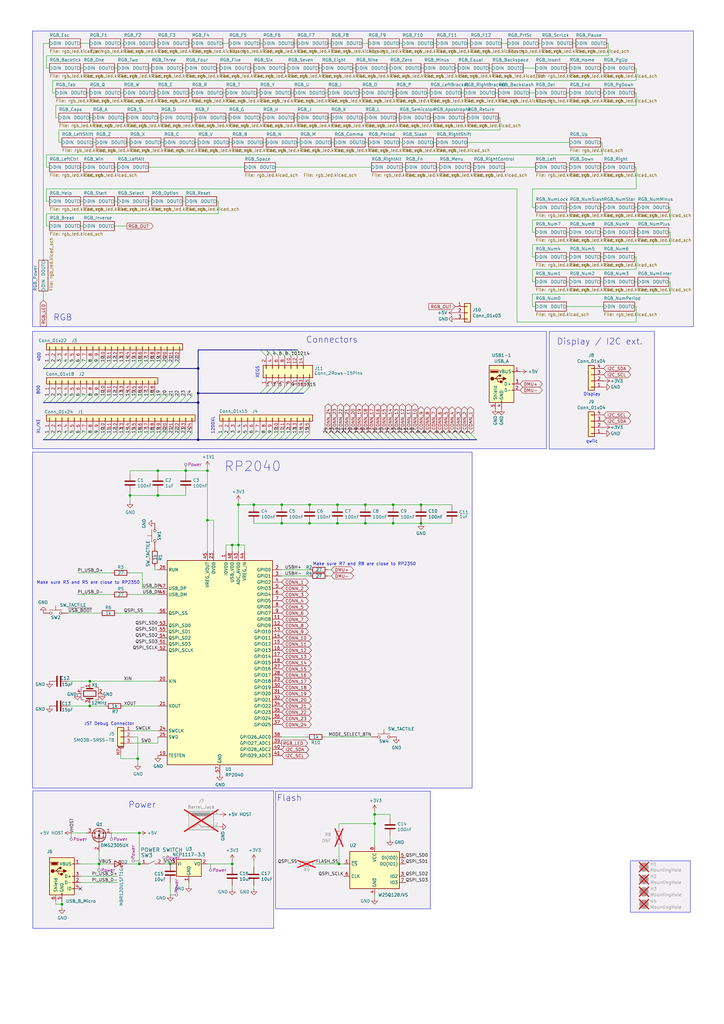
<source format=kicad_sch>
(kicad_sch (version 20250114) (generator "eeschema") (generator_version "9.0")
  (paper "A3" portrait)
  (title_block (title "Decent retro keyboard tester") (date "2025-02-09") (rev "2"))
  (rectangle (start 13.462 324.358) (end 112.268 380.746) (fill (type color) (color 56 0 60 0.06)))
  (rectangle (start 225.298 135.89) (end 268.478 184.15) (fill (type color) (color 56 0 60 0.06)))
  (rectangle (start 113.03 324.485) (end 176.53 372.745) (fill (type color) (color 56 0 60 0.06)))
  (rectangle (start 13.335 185.42) (end 193.675 323.215) (fill (type color) (color 56 0 60 0.06)))
  (rectangle (start 258.572 353.06) (end 283.21 374.142) (fill (type color) (color 56 0 60 0.06)))
  (rectangle (start 13.335 12.7) (end 284.48 133.985) (fill (type color) (color 56 0 60 0.06)))
  (rectangle (start 13.335 135.89) (end 224.155 184.023) (fill (type color) (color 56 0 60 0.06)))
  (text "RP2040" (at 91.948 193.802 0) (effects (font (size 4 4)) (justify left bottom)))
  (text "XEGS" (at 105.664 152.654 90) (effects (font (size 1.27 1.27))))
  (text "Display / I2C ext." (at 228.346 141.732 0) (effects (font (size 2.54 2.54)) (justify left bottom)))
  (text "Display" (at 242.824 161.798 0) (effects (font (size 1.27 1.27))))
  (text "400" (at 16.002 146.558 90) (effects (font (size 1.27 1.27))))
  (text "800" (at 15.748 160.02 90) (effects (font (size 1.27 1.27))))
  (text "Flash" (at 113.538 328.93 0) (effects (font (size 2.54 2.54)) (justify left bottom)))
  (text "qwiic" (at 242.824 181.102 0) (effects (font (size 1.27 1.27))))
  (text "RGB" (at 21.844 131.826 0) (effects (font (size 2.54 2.54)) (justify left bottom)))
  (text "JST Debug Connector" (at 55.118 297.688 0) (effects (font (size 1.27 1.27)) (justify right bottom)))
  (text "Connectors" (at 125.476 140.97 0) (effects (font (size 2.54 2.54)) (justify left bottom)))
  (text "XL/XE" (at 15.748 175.006 90) (effects (font (size 1.27 1.27))))
  (text "1200XL" (at 87.376 174.498 90) (effects (font (size 1.27 1.27))))
  (text "Power" (at 52.578 331.724 0) (effects (font (size 2.54 2.54)) (justify left bottom)))
  (text "Make sure R3 and R5 are close to RP2350\n" (at 57.404 239.776 0) (effects (font (size 1.27 1.27)) (justify right bottom)))
  (text "Make sure R7 and R8 are close to RP2350\n" (at 128.27 232.156 0) (effects (font (size 1.27 1.27)) (justify left bottom)))
  (junction (at 138.43 214.63))
  (junction (at 95.25 223.52))
  (junction (at 36.83 289.56))
  (junction (at 149.86 214.63))
  (junction (at 64.77 203.2))
  (junction (at 57.15 354.33))
  (junction (at 127 207.01))
  (junction (at 85.09 213.36))
  (junction (at 97.79 223.52))
  (junction (at 53.34 203.2))
  (junction (at 56.515 311.15))
  (junction (at 139.065 354.33))
  (junction (at 149.86 207.01))
  (junction (at 161.29 207.01))
  (junction (at 104.14 207.01))
  (junction (at 95.25 354.33))
  (junction (at 138.43 207.01))
  (junction (at 172.72 207.01))
  (junction (at 81.28 180.34))
  (junction (at 153.67 337.82))
  (junction (at 127 214.63))
  (junction (at 81.28 161.29))
  (junction (at 40.64 354.33))
  (junction (at 85.09 193.04))
  (junction (at 36.83 279.4))
  (junction (at 76.2 193.04))
  (junction (at 115.57 214.63))
  (junction (at 172.72 214.63))
  (junction (at 69.85 354.33))
  (junction (at 115.57 207.01))
  (junction (at 97.79 207.01))
  (junction (at 25.4 370.84))
  (junction (at 153.67 334.01))
  (junction (at 64.77 193.04))
  (junction (at 57.15 341.63))
  (junction (at 81.28 151.13))
  (junction (at 81.28 165.1))
  (junction (at 161.29 214.63))
  (no_connect (at 33.02 364.49))
  (bus_entry (at 33.02 151.13) (size 2.54 -2.54))
  (bus_entry (at 116.84 158.75) (size -2.54 2.54))
  (bus_entry (at 104.14 180.34) (size 2.54 -2.54))
  (bus_entry (at 96.52 180.34) (size 2.54 -2.54))
  (bus_entry (at 35.56 151.13) (size 2.54 -2.54))
  (bus_entry (at 127 158.75) (size -2.54 2.54))
  (bus_entry (at 111.76 146.05) (size -2.54 -2.54))
  (bus_entry (at 76.2 165.1) (size 2.54 -2.54))
  (bus_entry (at 53.34 151.13) (size 2.54 -2.54))
  (bus_entry (at 40.64 180.34) (size 2.54 -2.54))
  (bus_entry (at 187.96 180.34) (size -2.54 -2.54))
  (bus_entry (at 182.88 180.34) (size -2.54 -2.54))
  (bus_entry (at 101.6 180.34) (size 2.54 -2.54))
  (bus_entry (at 50.8 180.34) (size 2.54 -2.54))
  (bus_entry (at 121.92 158.75) (size -2.54 2.54))
  (bus_entry (at 119.38 146.05) (size -2.54 -2.54))
  (bus_entry (at 55.88 151.13) (size 2.54 -2.54))
  (bus_entry (at 76.2 180.34) (size 2.54 -2.54))
  (bus_entry (at 60.96 180.34) (size 2.54 -2.54))
  (bus_entry (at 165.1 180.34) (size -2.54 -2.54))
  (bus_entry (at 121.92 146.05) (size -2.54 -2.54))
  (bus_entry (at 73.66 165.1) (size 2.54 -2.54))
  (bus_entry (at 17.78 165.1) (size 2.54 -2.54))
  (bus_entry (at 71.12 151.13) (size 2.54 -2.54))
  (bus_entry (at 147.32 180.34) (size -2.54 -2.54))
  (bus_entry (at 50.8 151.13) (size 2.54 -2.54))
  (bus_entry (at 38.1 165.1) (size 2.54 -2.54))
  (bus_entry (at 38.1 180.34) (size 2.54 -2.54))
  (bus_entry (at 60.96 151.13) (size 2.54 -2.54))
  (bus_entry (at 58.42 151.13) (size 2.54 -2.54))
  (bus_entry (at 66.04 180.34) (size 2.54 -2.54))
  (bus_entry (at 190.5 180.34) (size -2.54 -2.54))
  (bus_entry (at 30.48 151.13) (size 2.54 -2.54))
  (bus_entry (at 111.76 158.75) (size -2.54 2.54))
  (bus_entry (at 22.86 165.1) (size 2.54 -2.54))
  (bus_entry (at 45.72 165.1) (size 2.54 -2.54))
  (bus_entry (at 93.98 180.34) (size 2.54 -2.54))
  (bus_entry (at 71.12 180.34) (size 2.54 -2.54))
  (bus_entry (at 20.32 165.1) (size 2.54 -2.54))
  (bus_entry (at 185.42 180.34) (size -2.54 -2.54))
  (bus_entry (at 58.42 180.34) (size 2.54 -2.54))
  (bus_entry (at 43.18 165.1) (size 2.54 -2.54))
  (bus_entry (at 50.8 165.1) (size 2.54 -2.54))
  (bus_entry (at 53.34 180.34) (size 2.54 -2.54))
  (bus_entry (at 124.46 158.75) (size -2.54 2.54))
  (bus_entry (at 116.84 146.05) (size -2.54 -2.54))
  (bus_entry (at 170.18 180.34) (size -2.54 -2.54))
  (bus_entry (at 63.5 165.1) (size 2.54 -2.54))
  (bus_entry (at 119.38 158.75) (size -2.54 2.54))
  (bus_entry (at 109.22 158.75) (size -2.54 2.54))
  (bus_entry (at 33.02 165.1) (size 2.54 -2.54))
  (bus_entry (at 124.46 180.34) (size 2.54 -2.54))
  (bus_entry (at 45.72 180.34) (size 2.54 -2.54))
  (bus_entry (at 25.4 180.34) (size 2.54 -2.54))
  (bus_entry (at 66.04 151.13) (size 2.54 -2.54))
  (bus_entry (at 58.42 165.1) (size 2.54 -2.54))
  (bus_entry (at 180.34 180.34) (size -2.54 -2.54))
  (bus_entry (at 30.48 180.34) (size 2.54 -2.54))
  (bus_entry (at 53.34 165.1) (size 2.54 -2.54))
  (bus_entry (at 48.26 151.13) (size 2.54 -2.54))
  (bus_entry (at 91.44 180.34) (size 2.54 -2.54))
  (bus_entry (at 149.86 180.34) (size -2.54 -2.54))
  (bus_entry (at 43.18 180.34) (size 2.54 -2.54))
  (bus_entry (at 109.22 146.05) (size -2.54 -2.54))
  (bus_entry (at 71.12 165.1) (size 2.54 -2.54))
  (bus_entry (at 124.46 146.05) (size -2.54 -2.54))
  (bus_entry (at 88.9 180.34) (size 2.54 -2.54))
  (bus_entry (at 66.04 165.1) (size 2.54 -2.54))
  (bus_entry (at 43.18 151.13) (size 2.54 -2.54))
  (bus_entry (at 40.64 165.1) (size 2.54 -2.54))
  (bus_entry (at 27.94 151.13) (size 2.54 -2.54))
  (bus_entry (at 35.56 180.34) (size 2.54 -2.54))
  (bus_entry (at 114.3 180.34) (size 2.54 -2.54))
  (bus_entry (at 35.56 165.1) (size 2.54 -2.54))
  (bus_entry (at 22.86 180.34) (size 2.54 -2.54))
  (bus_entry (at 160.02 180.34) (size -2.54 -2.54))
  (bus_entry (at 60.96 165.1) (size 2.54 -2.54))
  (bus_entry (at 68.58 165.1) (size 2.54 -2.54))
  (bus_entry (at 38.1 151.13) (size 2.54 -2.54))
  (bus_entry (at 27.94 180.34) (size 2.54 -2.54))
  (bus_entry (at 121.92 180.34) (size 2.54 -2.54))
  (bus_entry (at 114.3 146.05) (size -2.54 -2.54))
  (bus_entry (at 154.94 180.34) (size -2.54 -2.54))
  (bus_entry (at 73.66 180.34) (size 2.54 -2.54))
  (bus_entry (at 48.26 180.34) (size 2.54 -2.54))
  (bus_entry (at 40.64 151.13) (size 2.54 -2.54))
  (bus_entry (at 193.04 180.34) (size -2.54 -2.54))
  (bus_entry (at 116.84 180.34) (size 2.54 -2.54))
  (bus_entry (at 99.06 180.34) (size 2.54 -2.54))
  (bus_entry (at 22.86 151.13) (size 2.54 -2.54))
  (bus_entry (at 55.88 165.1) (size 2.54 -2.54))
  (bus_entry (at 137.16 180.34) (size -2.54 -2.54))
  (bus_entry (at 20.32 180.34) (size 2.54 -2.54))
  (bus_entry (at 119.38 180.34) (size 2.54 -2.54))
  (bus_entry (at 63.5 180.34) (size 2.54 -2.54))
  (bus_entry (at 106.68 180.34) (size 2.54 -2.54))
  (bus_entry (at 152.4 180.34) (size -2.54 -2.54))
  (bus_entry (at 33.02 180.34) (size 2.54 -2.54))
  (bus_entry (at 68.58 180.34) (size 2.54 -2.54))
  (bus_entry (at 17.78 180.34) (size 2.54 -2.54))
  (bus_entry (at 111.76 180.34) (size 2.54 -2.54))
  (bus_entry (at 142.24 180.34) (size -2.54 -2.54))
  (bus_entry (at 55.88 180.34) (size 2.54 -2.54))
  (bus_entry (at 172.72 180.34) (size -2.54 -2.54))
  (bus_entry (at 63.5 151.13) (size 2.54 -2.54))
  (bus_entry (at 68.58 151.13) (size 2.54 -2.54))
  (bus_entry (at 167.64 180.34) (size -2.54 -2.54))
  (bus_entry (at 144.78 180.34) (size -2.54 -2.54))
  (bus_entry (at 195.58 180.34) (size -2.54 -2.54))
  (bus_entry (at 25.4 151.13) (size 2.54 -2.54))
  (bus_entry (at 114.3 158.75) (size -2.54 2.54))
  (bus_entry (at 27.94 165.1) (size 2.54 -2.54))
  (bus_entry (at 30.48 165.1) (size 2.54 -2.54))
  (bus_entry (at 139.7 180.34) (size -2.54 -2.54))
  (bus_entry (at 175.26 180.34) (size -2.54 -2.54))
  (bus_entry (at 162.56 180.34) (size -2.54 -2.54))
  (bus_entry (at 109.22 180.34) (size 2.54 -2.54))
  (bus_entry (at 157.48 180.34) (size -2.54 -2.54))
  (bus_entry (at 20.32 151.13) (size 2.54 -2.54))
  (bus_entry (at 177.8 180.34) (size -2.54 -2.54))
  (bus_entry (at 17.78 151.13) (size 2.54 -2.54))
  (bus_entry (at 25.4 165.1) (size 2.54 -2.54))
  (bus_entry (at 48.26 165.1) (size 2.54 -2.54))
  (bus_entry (at 45.72 151.13) (size 2.54 -2.54))
  (wire (pts (xy 101.6 176.53) (xy 101.6 177.8)))
  (bus (pts (xy 119.38 161.29) (xy 121.92 161.29)))
  (bus (pts (xy 48.26 165.1) (xy 50.8 165.1)))
  (wire (pts (xy 19.05 77.47) (xy 19.05 82.55)))
  (bus (pts (xy 27.94 165.1) (xy 30.48 165.1)))
  (bus (pts (xy 35.56 180.34) (xy 38.1 180.34)))
  (bus (pts (xy 193.04 180.34) (xy 190.5 180.34)))
  (wire (pts (xy 116.84 176.53) (xy 116.84 177.8)))
  (wire (pts (xy 220.98 17.78) (xy 222.25 17.78)))
  (wire (pts (xy 144.78 27.94) (xy 146.05 27.94)))
  (wire (pts (xy 30.48 176.53) (xy 30.48 177.8)))
  (wire (pts (xy 63.5 176.53) (xy 63.5 177.8)))
  (wire (pts (xy 48.26 176.53) (xy 48.26 177.8)))
  (wire (pts (xy 246.38 105.41) (xy 247.65 105.41)))
  (wire (pts (xy 40.64 176.53) (xy 40.64 177.8)))
  (wire (pts (xy 20.32 176.53) (xy 20.32 177.8)))
  (wire (pts (xy 158.75 27.94) (xy 160.02 27.94)))
  (wire (pts (xy 260.35 85.09) (xy 261.62 85.09)))
  (bus (pts (xy 111.76 180.34) (xy 114.3 180.34)))
  (wire (pts (xy 260.985 33.02) (xy 21.59 33.02)))
  (wire (pts (xy 63.5 233.68) (xy 64.77 233.68)))
  (bus (pts (xy 167.64 180.34) (xy 165.1 180.34)))
  (wire (pts (xy 119.38 38.1) (xy 120.65 38.1)))
  (wire (pts (xy 53.34 194.31) (xy 53.34 193.04)))
  (wire (pts (xy 260.35 95.25) (xy 261.62 95.25)))
  (wire (pts (xy 53.34 193.04) (xy 64.77 193.04)))
  (wire (pts (xy 21.59 38.1) (xy 22.86 38.1)))
  (wire (pts (xy 35.56 161.29) (xy 35.56 162.56)))
  (wire (pts (xy 33.02 176.53) (xy 33.02 177.8)))
  (wire (pts (xy 246.38 38.1) (xy 247.65 38.1)))
  (bus (pts (xy 71.12 151.13) (xy 81.28 151.13)))
  (wire (pts (xy 27.94 279.4) (xy 36.83 279.4)))
  (wire (pts (xy 161.29 214.63) (xy 172.72 214.63)))
  (wire (pts (xy 63.5 232.41) (xy 63.5 233.68)))
  (wire (pts (xy 97.79 223.52) (xy 95.25 223.52)))
  (bus (pts (xy 119.38 180.34) (xy 121.92 180.34)))
  (bus (pts (xy 144.78 180.34) (xy 142.24 180.34)))
  (bus (pts (xy 35.56 151.13) (xy 38.1 151.13)))
  (bus (pts (xy 43.18 165.1) (xy 45.72 165.1)))
  (wire (pts (xy 106.68 176.53) (xy 106.68 177.8)))
  (bus (pts (xy 106.68 161.29) (xy 109.22 161.29)))
  (wire (pts (xy 260.985 125.73) (xy 260.985 132.08)))
  (wire (pts (xy 76.2 194.31) (xy 76.2 193.04)))
  (wire (pts (xy 232.41 68.58) (xy 233.68 68.58)))
  (wire (pts (xy 274.32 115.57) (xy 274.955 115.57)))
  (wire (pts (xy 88.9 27.94) (xy 90.17 27.94)))
  (bus (pts (xy 109.22 180.34) (xy 111.76 180.34)))
  (wire (pts (xy 193.04 68.58) (xy 194.31 68.58)))
  (wire (pts (xy 38.1 147.32) (xy 38.1 148.59)))
  (wire (pts (xy 139.065 339.725) (xy 139.065 337.82)))
  (wire (pts (xy 97.79 223.52) (xy 97.79 226.06)))
  (wire (pts (xy 33.02 68.58) (xy 34.29 68.58)))
  (wire (pts (xy 113.03 68.58) (xy 152.4 68.58)))
  (wire (pts (xy 105.41 38.1) (xy 106.68 38.1)))
  (wire (pts (xy 19.05 92.71) (xy 20.32 92.71)))
  (bus (pts (xy 91.44 180.34) (xy 93.98 180.34)))
  (wire (pts (xy 89.535 82.55) (xy 89.535 87.63)))
  (wire (pts (xy 205.74 17.78) (xy 208.28 17.78)))
  (wire (pts (xy 58.42 234.95) (xy 58.42 241.3)))
  (wire (pts (xy 78.74 176.53) (xy 78.74 177.8)))
  (bus (pts (xy 88.9 180.34) (xy 91.44 180.34)))
  (wire (pts (xy 45.72 341.63) (xy 57.15 341.63)))
  (bus (pts (xy 106.68 143.51) (xy 81.28 143.51)))
  (wire (pts (xy 104.14 353.06) (xy 104.14 355.6)))
  (wire (pts (xy 133.35 302.26) (xy 152.4 302.26)))
  (bus (pts (xy 81.28 161.29) (xy 81.28 165.1)))
  (wire (pts (xy 138.43 214.63) (xy 149.86 214.63)))
  (wire (pts (xy 64.77 194.31) (xy 64.77 193.04)))
  (bus (pts (xy 38.1 151.13) (xy 40.64 151.13)))
  (wire (pts (xy 58.42 234.95) (xy 53.34 234.95)))
  (wire (pts (xy 260.985 38.1) (xy 260.985 43.18)))
  (wire (pts (xy 33.02 161.29) (xy 33.02 162.56)))
  (wire (pts (xy 49.53 17.78) (xy 50.8 17.78)))
  (wire (pts (xy 29.21 341.63) (xy 35.56 341.63)))
  (bus (pts (xy 81.28 151.13) (xy 81.28 161.29)))
  (wire (pts (xy 133.35 38.1) (xy 134.62 38.1)))
  (bus (pts (xy 50.8 151.13) (xy 53.34 151.13)))
  (wire (pts (xy 153.67 332.74) (xy 153.67 334.01)))
  (wire (pts (xy 71.12 161.29) (xy 71.12 162.56)))
  (bus (pts (xy 109.22 161.29) (xy 111.76 161.29)))
  (wire (pts (xy 36.83 48.26) (xy 38.1 48.26)))
  (bus (pts (xy 60.96 151.13) (xy 63.5 151.13)))
  (bus (pts (xy 50.8 165.1) (xy 53.34 165.1)))
  (wire (pts (xy 68.58 147.32) (xy 68.58 148.59)))
  (wire (pts (xy 249.555 22.86) (xy 19.05 22.86)))
  (wire (pts (xy 260.35 125.73) (xy 260.985 125.73)))
  (wire (pts (xy 97.79 205.74) (xy 97.79 207.01)))
  (wire (pts (xy 58.42 147.32) (xy 58.42 148.59)))
  (wire (pts (xy 260.35 27.94) (xy 260.985 27.94)))
  (wire (pts (xy 148.59 17.78) (xy 151.13 17.78)))
  (wire (pts (xy 53.34 161.29) (xy 53.34 162.56)))
  (bus (pts (xy 63.5 165.1) (xy 66.04 165.1)))
  (wire (pts (xy 106.68 17.78) (xy 107.95 17.78)))
  (wire (pts (xy 73.66 161.29) (xy 73.66 162.56)))
  (wire (pts (xy 153.67 367.03) (xy 153.67 368.3)))
  (wire (pts (xy 43.18 176.53) (xy 43.18 177.8)))
  (wire (pts (xy 147.32 38.1) (xy 148.59 38.1)))
  (wire (pts (xy 60.96 176.53) (xy 60.96 177.8)))
  (bus (pts (xy 20.32 165.1) (xy 22.86 165.1)))
  (wire (pts (xy 207.01 68.58) (xy 219.71 68.58)))
  (wire (pts (xy 60.96 68.58) (xy 100.33 68.58)))
  (bus (pts (xy 73.66 165.1) (xy 76.2 165.1)))
  (wire (pts (xy 53.34 203.2) (xy 53.34 205.74)))
  (bus (pts (xy 33.02 151.13) (xy 35.56 151.13)))
  (wire (pts (xy 218.44 105.41) (xy 219.71 105.41)))
  (bus (pts (xy 71.12 180.34) (xy 73.66 180.34)))
  (wire (pts (xy 25.4 161.29) (xy 25.4 162.56)))
  (wire (pts (xy 69.85 361.95) (xy 69.85 367.03)))
  (wire (pts (xy 20.32 161.29) (xy 20.32 162.56)))
  (wire (pts (xy 232.41 115.57) (xy 233.68 115.57)))
  (wire (pts (xy 149.86 207.01) (xy 161.29 207.01)))
  (wire (pts (xy 149.86 58.42) (xy 151.13 58.42)))
  (wire (pts (xy 134.62 236.22) (xy 135.89 236.22)))
  (bus (pts (xy 33.02 165.1) (xy 35.56 165.1)))
  (wire (pts (xy 100.33 223.52) (xy 97.79 223.52)))
  (wire (pts (xy 35.56 176.53) (xy 35.56 177.8)))
  (wire (pts (xy 38.1 176.53) (xy 38.1 177.8)))
  (wire (pts (xy 104.14 207.01) (xy 115.57 207.01)))
  (wire (pts (xy 205.105 48.26) (xy 205.105 53.34)))
  (wire (pts (xy 111.76 176.53) (xy 111.76 177.8)))
  (wire (pts (xy 95.25 355.6) (xy 95.25 354.33)))
  (wire (pts (xy 204.47 48.26) (xy 205.105 48.26)))
  (bus (pts (xy 190.5 180.34) (xy 187.96 180.34)))
  (bus (pts (xy 175.26 180.34) (xy 172.72 180.34)))
  (wire (pts (xy 97.79 207.01) (xy 97.79 223.52)))
  (bus (pts (xy 111.76 143.51) (xy 109.22 143.51)))
  (wire (pts (xy 36.83 279.4) (xy 36.83 280.67)))
  (wire (pts (xy 260.35 105.41) (xy 260.985 105.41)))
  (wire (pts (xy 91.44 17.78) (xy 93.98 17.78)))
  (bus (pts (xy 165.1 180.34) (xy 162.56 180.34)))
  (bus (pts (xy 114.3 180.34) (xy 116.84 180.34)))
  (wire (pts (xy 139.065 337.82) (xy 153.67 337.82)))
  (wire (pts (xy 78.74 161.29) (xy 78.74 162.56)))
  (bus (pts (xy 71.12 165.1) (xy 73.66 165.1)))
  (wire (pts (xy 33.02 354.33) (xy 40.64 354.33)))
  (wire (pts (xy 260.985 27.94) (xy 260.985 33.02)))
  (wire (pts (xy 232.41 38.1) (xy 233.68 38.1)))
  (wire (pts (xy 234.95 17.78) (xy 236.22 17.78)))
  (wire (pts (xy 48.26 161.29) (xy 48.26 162.56)))
  (wire (pts (xy 43.18 147.32) (xy 43.18 148.59)))
  (wire (pts (xy 46.99 92.71) (xy 52.07 92.71)))
  (wire (pts (xy 127 214.63) (xy 138.43 214.63)))
  (wire (pts (xy 127 176.53) (xy 127 177.8)))
  (wire (pts (xy 246.38 68.58) (xy 247.65 68.58)))
  (wire (pts (xy 248.92 17.78) (xy 249.555 17.78)))
  (wire (pts (xy 33.02 92.71) (xy 34.29 92.71)))
  (wire (pts (xy 102.87 27.94) (xy 104.14 27.94)))
  (wire (pts (xy 77.47 38.1) (xy 78.74 38.1)))
  (bus (pts (xy 20.32 151.13) (xy 22.86 151.13)))
  (wire (pts (xy 232.41 27.94) (xy 233.68 27.94)))
  (bus (pts (xy 106.68 180.34) (xy 109.22 180.34)))
  (wire (pts (xy 92.71 48.26) (xy 93.98 48.26)))
  (wire (pts (xy 53.34 176.53) (xy 53.34 177.8)))
  (bus (pts (xy 99.06 180.34) (xy 101.6 180.34)))
  (wire (pts (xy 77.47 361.95) (xy 77.47 363.22)))
  (bus (pts (xy 40.64 180.34) (xy 43.18 180.34)))
  (wire (pts (xy 106.68 48.26) (xy 107.95 48.26)))
  (wire (pts (xy 274.955 100.33) (xy 218.44 100.33)))
  (bus (pts (xy 68.58 151.13) (xy 71.12 151.13)))
  (wire (pts (xy 68.58 176.53) (xy 68.58 177.8)))
  (wire (pts (xy 85.09 193.04) (xy 85.09 213.36)))
  (wire (pts (xy 64.77 289.56) (xy 50.8 289.56)))
  (wire (pts (xy 274.955 85.09) (xy 274.955 90.17)))
  (wire (pts (xy 274.32 85.09) (xy 274.955 85.09)))
  (wire (pts (xy 45.72 176.53) (xy 45.72 177.8)))
  (bus (pts (xy 101.6 180.34) (xy 104.14 180.34)))
  (wire (pts (xy 115.57 233.68) (xy 127 233.68)))
  (wire (pts (xy 56.515 311.15) (xy 56.515 313.055)))
  (bus (pts (xy 66.04 165.1) (xy 68.58 165.1)))
  (wire (pts (xy 139.065 347.345) (xy 139.065 354.33)))
  (wire (pts (xy 68.58 161.29) (xy 68.58 162.56)))
  (bus (pts (xy 35.56 165.1) (xy 38.1 165.1)))
  (wire (pts (xy 64.77 201.93) (xy 64.77 203.2)))
  (wire (pts (xy 274.955 120.65) (xy 218.44 120.65)))
  (wire (pts (xy 232.41 95.25) (xy 233.68 95.25)))
  (wire (pts (xy 60.96 161.29) (xy 60.96 162.56)))
  (bus (pts (xy 58.42 151.13) (xy 60.96 151.13)))
  (wire (pts (xy 191.77 17.78) (xy 193.04 17.78)))
  (wire (pts (xy 186.69 27.94) (xy 187.96 27.94)))
  (bus (pts (xy 27.94 151.13) (xy 30.48 151.13)))
  (wire (pts (xy 21.59 33.02) (xy 21.59 38.1)))
  (wire (pts (xy 53.34 203.2) (xy 64.77 203.2)))
  (wire (pts (xy 104.14 176.53) (xy 104.14 177.8)))
  (wire (pts (xy 189.23 38.1) (xy 190.5 38.1)))
  (wire (pts (xy 274.32 95.25) (xy 274.955 95.25)))
  (wire (pts (xy 260.985 132.08) (xy 212.09 132.08)))
  (wire (pts (xy 205.105 53.34) (xy 24.13 53.34)))
  (wire (pts (xy 95.25 223.52) (xy 95.25 226.06)))
  (wire (pts (xy 80.01 58.42) (xy 81.28 58.42)))
  (bus (pts (xy 195.58 180.34) (xy 193.04 180.34)))
  (wire (pts (xy 33.02 27.94) (xy 34.29 27.94)))
  (wire (pts (xy 22.86 48.26) (xy 24.13 48.26)))
  (wire (pts (xy 148.59 48.26) (xy 149.86 48.26)))
  (wire (pts (xy 115.57 236.22) (xy 127 236.22)))
  (wire (pts (xy 260.985 43.18) (xy 22.86 43.18)))
  (wire (pts (xy 95.25 363.22) (xy 95.25 364.49)))
  (wire (pts (xy 49.53 309.88) (xy 49.53 311.15)))
  (wire (pts (xy 85.09 213.36) (xy 85.09 226.06)))
  (wire (pts (xy 46.99 68.58) (xy 48.26 68.58)))
  (wire (pts (xy 64.77 193.04) (xy 76.2 193.04)))
  (wire (pts (xy 27.94 289.56) (xy 36.83 289.56)))
  (bus (pts (xy 55.88 151.13) (xy 58.42 151.13)))
  (wire (pts (xy 119.38 176.53) (xy 119.38 177.8)))
  (wire (pts (xy 74.93 27.94) (xy 76.2 27.94)))
  (wire (pts (xy 64.77 48.26) (xy 66.04 48.26)))
  (wire (pts (xy 176.53 48.26) (xy 177.8 48.26)))
  (wire (pts (xy 33.02 82.55) (xy 34.29 82.55)))
  (wire (pts (xy 64.77 203.2) (xy 76.2 203.2)))
  (wire (pts (xy 45.72 234.95) (xy 31.75 234.95)))
  (bus (pts (xy 63.5 180.34) (xy 66.04 180.34)))
  (wire (pts (xy 64.77 304.8) (xy 64.77 302.26)))
  (bus (pts (xy 55.88 180.34) (xy 58.42 180.34)))
  (wire (pts (xy 24.13 58.42) (xy 25.4 58.42)))
  (wire (pts (xy 58.42 176.53) (xy 58.42 177.8)))
  (wire (pts (xy 54.61 299.72) (xy 64.77 299.72)))
  (wire (pts (xy 60.96 82.55) (xy 62.23 82.55)))
  (bus (pts (xy 109.22 143.51) (xy 106.68 143.51)))
  (bus (pts (xy 30.48 165.1) (xy 33.02 165.1)))
  (wire (pts (xy 260.35 68.58) (xy 260.985 68.58)))
  (wire (pts (xy 76.2 161.29) (xy 76.2 162.56)))
  (wire (pts (xy 134.62 233.68) (xy 135.89 233.68)))
  (bus (pts (xy 76.2 165.1) (xy 81.28 165.1)))
  (wire (pts (xy 274.955 95.25) (xy 274.955 100.33)))
  (bus (pts (xy 182.88 180.34) (xy 180.34 180.34)))
  (wire (pts (xy 73.66 147.32) (xy 73.66 148.59)))
  (bus (pts (xy 48.26 180.34) (xy 50.8 180.34)))
  (bus (pts (xy 30.48 180.34) (xy 33.02 180.34)))
  (wire (pts (xy 52.07 58.42) (xy 53.34 58.42)))
  (bus (pts (xy 33.02 180.34) (xy 35.56 180.34)))
  (bus (pts (xy 25.4 180.34) (xy 27.94 180.34)))
  (bus (pts (xy 53.34 165.1) (xy 55.88 165.1)))
  (bus (pts (xy 53.34 180.34) (xy 55.88 180.34)))
  (wire (pts (xy 63.5 38.1) (xy 64.77 38.1)))
  (bus (pts (xy 154.94 180.34) (xy 152.4 180.34)))
  (wire (pts (xy 218.44 85.09) (xy 219.71 85.09)))
  (wire (pts (xy 43.18 161.29) (xy 43.18 162.56)))
  (wire (pts (xy 33.02 359.41) (xy 48.26 359.41)))
  (wire (pts (xy 48.26 251.46) (xy 64.77 251.46)))
  (wire (pts (xy 121.92 176.53) (xy 121.92 177.8)))
  (wire (pts (xy 36.83 288.29) (xy 36.83 289.56)))
  (wire (pts (xy 162.56 48.26) (xy 163.83 48.26)))
  (wire (pts (xy 85.09 354.33) (xy 95.25 354.33)))
  (wire (pts (xy 52.07 354.33) (xy 57.15 354.33)))
  (wire (pts (xy 124.46 176.53) (xy 124.46 177.8)))
  (wire (pts (xy 217.17 38.1) (xy 219.71 38.1)))
  (wire (pts (xy 27.94 176.53) (xy 27.94 177.8)))
  (bus (pts (xy 68.58 180.34) (xy 71.12 180.34)))
  (bus (pts (xy 40.64 151.13) (xy 43.18 151.13)))
  (wire (pts (xy 20.32 147.32) (xy 20.32 148.59)))
  (wire (pts (xy 22.86 161.29) (xy 22.86 162.56)))
  (wire (pts (xy 46.99 27.94) (xy 48.26 27.94)))
  (wire (pts (xy 36.83 279.4) (xy 64.77 279.4)))
  (wire (pts (xy 55.88 176.53) (xy 55.88 177.8)))
  (wire (pts (xy 218.44 115.57) (xy 219.71 115.57)))
  (wire (pts (xy 58.42 161.29) (xy 58.42 162.56)))
  (wire (pts (xy 17.78 106.68) (xy 17.78 17.78)))
  (wire (pts (xy 232.41 85.09) (xy 233.68 85.09)))
  (wire (pts (xy 246.38 115.57) (xy 247.65 115.57)))
  (bus (pts (xy 38.1 180.34) (xy 40.64 180.34)))
  (wire (pts (xy 175.26 38.1) (xy 176.53 38.1)))
  (wire (pts (xy 24.13 53.34) (xy 24.13 58.42)))
  (bus (pts (xy 45.72 165.1) (xy 48.26 165.1)))
  (wire (pts (xy 129.54 354.33) (xy 139.065 354.33)))
  (wire (pts (xy 78.74 48.26) (xy 80.01 48.26)))
  (wire (pts (xy 45.72 243.84) (xy 31.75 243.84)))
  (wire (pts (xy 17.78 17.78) (xy 20.32 17.78)))
  (wire (pts (xy 30.48 147.32) (xy 30.48 148.59)))
  (wire (pts (xy 40.64 161.29) (xy 40.64 162.56)))
  (bus (pts (xy 60.96 180.34) (xy 63.5 180.34)))
  (wire (pts (xy 232.41 125.73) (xy 247.65 125.73)))
  (wire (pts (xy 53.34 147.32) (xy 53.34 148.59)))
  (wire (pts (xy 40.64 349.25) (xy 40.64 354.33)))
  (wire (pts (xy 89.535 87.63) (xy 19.05 87.63)))
  (wire (pts (xy 149.86 214.63) (xy 161.29 214.63)))
  (wire (pts (xy 212.09 132.08) (xy 212.09 77.47)))
  (wire (pts (xy 71.12 147.32) (xy 71.12 148.59)))
  (wire (pts (xy 96.52 176.53) (xy 96.52 177.8)))
  (wire (pts (xy 76.2 193.04) (xy 85.09 193.04)))
  (wire (pts (xy 25.4 369.57) (xy 25.4 370.84)))
  (bus (pts (xy 147.32 180.34) (xy 144.78 180.34)))
  (wire (pts (xy 33.02 361.95) (xy 48.26 361.95)))
  (wire (pts (xy 22.86 369.57) (xy 22.86 370.84)))
  (wire (pts (xy 92.71 223.52) (xy 92.71 226.06)))
  (bus (pts (xy 121.92 180.34) (xy 124.46 180.34)))
  (wire (pts (xy 134.62 17.78) (xy 135.89 17.78)))
  (wire (pts (xy 45.72 161.29) (xy 45.72 162.56)))
  (wire (pts (xy 100.33 226.06) (xy 100.33 223.52)))
  (wire (pts (xy 19.05 68.58) (xy 20.32 68.58)))
  (wire (pts (xy 109.22 176.53) (xy 109.22 177.8)))
  (bus (pts (xy 114.3 161.29) (xy 116.84 161.29)))
  (bus (pts (xy 20.32 180.34) (xy 22.86 180.34)))
  (bus (pts (xy 93.98 180.34) (xy 96.52 180.34)))
  (bus (pts (xy 172.72 180.34) (xy 170.18 180.34)))
  (wire (pts (xy 22.86 176.53) (xy 22.86 177.8)))
  (wire (pts (xy 35.56 38.1) (xy 36.83 38.1)))
  (wire (pts (xy 40.64 354.33) (xy 44.45 354.33)))
  (wire (pts (xy 107.95 58.42) (xy 109.22 58.42)))
  (wire (pts (xy 22.86 370.84) (xy 25.4 370.84)))
  (wire (pts (xy 66.04 58.42) (xy 67.31 58.42)))
  (wire (pts (xy 55.88 147.32) (xy 55.88 148.59)))
  (bus (pts (xy 142.24 180.34) (xy 139.7 180.34)))
  (wire (pts (xy 130.81 27.94) (xy 132.08 27.94)))
  (wire (pts (xy 177.8 17.78) (xy 179.07 17.78)))
  (bus (pts (xy 81.28 161.29) (xy 106.68 161.29)))
  (wire (pts (xy 260.985 68.58) (xy 260.985 77.47)))
  (bus (pts (xy 45.72 151.13) (xy 48.26 151.13)))
  (wire (pts (xy 33.02 147.32) (xy 33.02 148.59)))
  (wire (pts (xy 30.48 161.29) (xy 30.48 162.56)))
  (wire (pts (xy 212.09 77.47) (xy 19.05 77.47)))
  (wire (pts (xy 200.66 27.94) (xy 201.93 27.94)))
  (wire (pts (xy 121.92 58.42) (xy 123.19 58.42)))
  (bus (pts (xy 22.86 180.34) (xy 25.4 180.34)))
  (bus (pts (xy 73.66 180.34) (xy 76.2 180.34)))
  (wire (pts (xy 172.72 214.63) (xy 185.42 214.63)))
  (wire (pts (xy 153.67 337.82) (xy 153.67 346.71)))
  (wire (pts (xy 63.5 161.29) (xy 63.5 162.56)))
  (wire (pts (xy 104.14 214.63) (xy 115.57 214.63)))
  (wire (pts (xy 153.67 334.01) (xy 153.67 337.82)))
  (wire (pts (xy 25.4 147.32) (xy 25.4 148.59)))
  (wire (pts (xy 114.3 176.53) (xy 114.3 177.8)))
  (wire (pts (xy 91.44 38.1) (xy 92.71 38.1)))
  (wire (pts (xy 97.79 207.01) (xy 104.14 207.01)))
  (wire (pts (xy 27.94 147.32) (xy 27.94 148.59)))
  (wire (pts (xy 56.515 311.15) (xy 49.53 311.15)))
  (wire (pts (xy 218.44 110.49) (xy 218.44 115.57)))
  (bus (pts (xy 116.84 161.29) (xy 119.38 161.29)))
  (wire (pts (xy 218.44 90.17) (xy 218.44 95.25)))
  (wire (pts (xy 191.77 58.42) (xy 233.68 58.42)))
  (wire (pts (xy 115.57 214.63) (xy 127 214.63)))
  (wire (pts (xy 56.515 302.26) (xy 56.515 311.15)))
  (wire (pts (xy 93.98 58.42) (xy 95.25 58.42)))
  (wire (pts (xy 54.61 304.8) (xy 64.77 304.8)))
  (wire (pts (xy 274.955 115.57) (xy 274.955 120.65)))
  (wire (pts (xy 161.29 38.1) (xy 162.56 38.1)))
  (wire (pts (xy 35.56 147.32) (xy 35.56 148.59)))
  (bus (pts (xy 76.2 180.34) (xy 81.28 180.34)))
  (wire (pts (xy 49.53 38.1) (xy 50.8 38.1)))
  (wire (pts (xy 246.38 95.25) (xy 247.65 95.25)))
  (wire (pts (xy 76.2 176.53) (xy 76.2 177.8)))
  (bus (pts (xy 111.76 161.29) (xy 114.3 161.29)))
  (wire (pts (xy 218.44 95.25) (xy 219.71 95.25)))
  (wire (pts (xy 104.14 363.22) (xy 104.14 364.49)))
  (wire (pts (xy 138.43 207.01) (xy 149.86 207.01)))
  (bus (pts (xy 157.48 180.34) (xy 154.94 180.34)))
  (wire (pts (xy 25.4 370.84) (xy 25.4 372.11)))
  (wire (pts (xy 247.015 63.5) (xy 19.05 63.5)))
  (wire (pts (xy 260.985 77.47) (xy 218.44 77.47)))
  (wire (pts (xy 249.555 17.78) (xy 249.555 22.86)))
  (wire (pts (xy 46.99 82.55) (xy 48.26 82.55)))
  (bus (pts (xy 160.02 180.34) (xy 157.48 180.34)))
  (bus (pts (xy 22.86 165.1) (xy 25.4 165.1)))
  (bus (pts (xy 180.34 180.34) (xy 177.8 180.34)))
  (wire (pts (xy 66.04 147.32) (xy 66.04 148.59)))
  (bus (pts (xy 162.56 180.34) (xy 160.02 180.34)))
  (bus (pts (xy 81.28 165.1) (xy 81.28 180.34)))
  (bus (pts (xy 63.5 151.13) (xy 66.04 151.13)))
  (wire (pts (xy 53.34 201.93) (xy 53.34 203.2)))
  (wire (pts (xy 247.015 58.42) (xy 247.015 63.5)))
  (bus (pts (xy 30.48 151.13) (xy 33.02 151.13)))
  (wire (pts (xy 163.83 58.42) (xy 165.1 58.42)))
  (wire (pts (xy 19.05 27.94) (xy 20.32 27.94)))
  (wire (pts (xy 165.1 68.58) (xy 166.37 68.58)))
  (wire (pts (xy 87.63 226.06) (xy 87.63 213.36)))
  (wire (pts (xy 172.72 207.01) (xy 185.42 207.01)))
  (wire (pts (xy 50.8 147.32) (xy 50.8 148.59)))
  (wire (pts (xy 246.38 27.94) (xy 247.65 27.94)))
  (wire (pts (xy 38.1 161.29) (xy 38.1 162.56)))
  (wire (pts (xy 260.985 105.41) (xy 260.985 110.49)))
  (wire (pts (xy 135.89 58.42) (xy 137.16 58.42)))
  (wire (pts (xy 127 207.01) (xy 138.43 207.01)))
  (bus (pts (xy 81.28 180.34) (xy 88.9 180.34)))
  (wire (pts (xy 27.94 161.29) (xy 27.94 162.56)))
  (wire (pts (xy 85.09 191.77) (xy 85.09 193.04)))
  (wire (pts (xy 38.1 58.42) (xy 39.37 58.42)))
  (bus (pts (xy 45.72 180.34) (xy 48.26 180.34)))
  (wire (pts (xy 177.8 58.42) (xy 179.07 58.42)))
  (bus (pts (xy 121.92 161.29) (xy 124.46 161.29)))
  (wire (pts (xy 54.61 302.26) (xy 56.515 302.26)))
  (wire (pts (xy 218.44 120.65) (xy 218.44 125.73)))
  (wire (pts (xy 22.86 147.32) (xy 22.86 148.59)))
  (wire (pts (xy 160.02 334.01) (xy 153.67 334.01)))
  (wire (pts (xy 50.8 161.29) (xy 50.8 162.56)))
  (wire (pts (xy 40.64 147.32) (xy 40.64 148.59)))
  (bus (pts (xy 185.42 180.34) (xy 182.88 180.34)))
  (bus (pts (xy 66.04 151.13) (xy 68.58 151.13)))
  (wire (pts (xy 66.04 176.53) (xy 66.04 177.8)))
  (wire (pts (xy 116.84 27.94) (xy 118.11 27.94)))
  (bus (pts (xy 116.84 180.34) (xy 119.38 180.34)))
  (wire (pts (xy 66.04 161.29) (xy 66.04 162.56)))
  (wire (pts (xy 95.25 354.33) (xy 95.25 353.06)))
  (wire (pts (xy 74.93 82.55) (xy 76.2 82.55)))
  (bus (pts (xy 17.78 180.34) (xy 20.32 180.34)))
  (bus (pts (xy 27.94 180.34) (xy 30.48 180.34)))
  (wire (pts (xy 260.35 38.1) (xy 260.985 38.1)))
  (wire (pts (xy 17.78 119.38) (xy 17.78 123.19)))
  (wire (pts (xy 218.44 100.33) (xy 218.44 105.41)))
  (bus (pts (xy 137.16 180.34) (xy 124.46 180.34)))
  (bus (pts (xy 17.78 165.1) (xy 20.32 165.1)))
  (wire (pts (xy 45.72 147.32) (xy 45.72 148.59)))
  (bus (pts (xy 43.18 180.34) (xy 45.72 180.34)))
  (wire (pts (xy 60.96 27.94) (xy 62.23 27.94)))
  (bus (pts (xy 22.86 151.13) (xy 25.4 151.13)))
  (bus (pts (xy 53.34 151.13) (xy 55.88 151.13)))
  (wire (pts (xy 120.65 48.26) (xy 121.92 48.26)))
  (wire (pts (xy 33.02 17.78) (xy 36.83 17.78)))
  (wire (pts (xy 203.2 38.1) (xy 204.47 38.1)))
  (bus (pts (xy 58.42 165.1) (xy 60.96 165.1)))
  (bus (pts (xy 121.92 143.51) (xy 119.38 143.51)))
  (bus (pts (xy 25.4 151.13) (xy 27.94 151.13)))
  (bus (pts (xy 177.8 180.34) (xy 175.26 180.34)))
  (wire (pts (xy 115.57 302.26) (xy 125.73 302.26)))
  (wire (pts (xy 246.38 85.09) (xy 247.65 85.09)))
  (wire (pts (xy 160.02 335.28) (xy 160.02 334.01)))
  (wire (pts (xy 63.5 147.32) (xy 63.5 148.59)))
  (bus (pts (xy 17.78 151.13) (xy 20.32 151.13)))
  (bus (pts (xy 139.7 180.34) (xy 137.16 180.34)))
  (wire (pts (xy 55.88 161.29) (xy 55.88 162.56)))
  (wire (pts (xy 246.38 58.42) (xy 247.015 58.42)))
  (wire (pts (xy 232.41 105.41) (xy 233.68 105.41)))
  (bus (pts (xy 149.86 180.34) (xy 147.32 180.34)))
  (wire (pts (xy 88.9 82.55) (xy 89.535 82.55)))
  (wire (pts (xy 172.72 27.94) (xy 173.99 27.94)))
  (wire (pts (xy 63.5 17.78) (xy 64.77 17.78)))
  (wire (pts (xy 19.05 22.86) (xy 19.05 27.94)))
  (wire (pts (xy 19.05 87.63) (xy 19.05 92.71)))
  (wire (pts (xy 161.29 207.01) (xy 172.72 207.01)))
  (wire (pts (xy 22.86 43.18) (xy 22.86 48.26)))
  (wire (pts (xy 95.25 223.52) (xy 92.71 223.52)))
  (wire (pts (xy 139.065 354.33) (xy 140.97 354.33)))
  (wire (pts (xy 115.57 207.01) (xy 127 207.01)))
  (wire (pts (xy 260.985 110.49) (xy 218.44 110.49)))
  (wire (pts (xy 64.77 241.3) (xy 58.42 241.3)))
  (bus (pts (xy 68.58 165.1) (xy 71.12 165.1)))
  (wire (pts (xy 218.44 125.73) (xy 219.71 125.73)))
  (wire (pts (xy 160.02 342.9) (xy 160.02 344.17)))
  (wire (pts (xy 179.07 68.58) (xy 180.34 68.58)))
  (wire (pts (xy 163.83 17.78) (xy 165.1 17.78)))
  (wire (pts (xy 214.63 27.94) (xy 219.71 27.94)))
  (bus (pts (xy 40.64 165.1) (xy 43.18 165.1)))
  (wire (pts (xy 19.05 63.5) (xy 19.05 68.58)))
  (bus (pts (xy 114.3 143.51) (xy 111.76 143.51)))
  (bus (pts (xy 66.04 180.34) (xy 68.58 180.34)))
  (wire (pts (xy 274.955 90.17) (xy 218.44 90.17)))
  (wire (pts (xy 40.64 251.46) (xy 27.94 251.46)))
  (bus (pts (xy 25.4 165.1) (xy 27.94 165.1)))
  (wire (pts (xy 57.15 341.63) (xy 57.15 354.33)))
  (bus (pts (xy 60.96 165.1) (xy 63.5 165.1)))
  (bus (pts (xy 48.26 151.13) (xy 50.8 151.13)))
  (wire (pts (xy 260.35 115.57) (xy 261.62 115.57)))
  (bus (pts (xy 116.84 143.51) (xy 114.3 143.51)))
  (bus (pts (xy 58.42 180.34) (xy 60.96 180.34)))
  (wire (pts (xy 48.26 147.32) (xy 48.26 148.59)))
  (wire (pts (xy 190.5 48.26) (xy 191.77 48.26)))
  (bus (pts (xy 38.1 165.1) (xy 40.64 165.1)))
  (bus (pts (xy 50.8 180.34) (xy 53.34 180.34)))
  (wire (pts (xy 36.83 289.56) (xy 43.18 289.56)))
  (wire (pts (xy 25.4 176.53) (xy 25.4 177.8)))
  (bus (pts (xy 43.18 151.13) (xy 45.72 151.13)))
  (wire (pts (xy 71.12 176.53) (xy 71.12 177.8)))
  (bus (pts (xy 96.52 180.34) (xy 99.06 180.34)))
  (bus (pts (xy 152.4 180.34) (xy 149.86 180.34)))
  (bus (pts (xy 104.14 180.34) (xy 106.68 180.34)))
  (bus (pts (xy 170.18 180.34) (xy 167.64 180.34)))
  (wire (pts (xy 218.44 77.47) (xy 218.44 85.09)))
  (wire (pts (xy 77.47 17.78) (xy 78.74 17.78)))
  (wire (pts (xy 134.62 48.26) (xy 135.89 48.26)))
  (bus (pts (xy 187.96 180.34) (xy 185.42 180.34)))
  (wire (pts (xy 120.65 17.78) (xy 121.92 17.78)))
  (bus (pts (xy 119.38 143.51) (xy 116.84 143.51)))
  (wire (pts (xy 50.8 48.26) (xy 52.07 48.26)))
  (wire (pts (xy 76.2 203.2) (xy 76.2 201.93)))
  (wire (pts (xy 19.05 82.55) (xy 20.32 82.55)))
  (wire (pts (xy 50.8 176.53) (xy 50.8 177.8)))
  (bus (pts (xy 81.28 143.51) (xy 81.28 151.13)))
  (bus (pts (xy 55.88 165.1) (xy 58.42 165.1)))
  (wire (pts (xy 67.31 354.33) (xy 69.85 354.33)))
  (wire (pts (xy 73.66 176.53) (xy 73.66 177.8)))
  (wire (pts (xy 60.96 147.32) (xy 60.96 148.59)))
  (wire (pts (xy 64.77 243.84) (xy 53.34 243.84)))
  (wire (pts (xy 87.63 213.36) (xy 85.09 213.36)))
  (wire (pts (xy 93.98 176.53) (xy 93.98 177.8)))
  (wire (pts (xy 91.44 176.53) (xy 91.44 177.8)))
  (wire (pts (xy 99.06 176.53) (xy 99.06 177.8)))
  (label "9" (at 40.64 148.59 90))
  (label "8" (at 38.1 162.56 90))
  (label "7" (at 35.56 162.56 90))
  (label "4" (at 27.94 162.56 90))
  (label "5" (at 30.48 162.56 90))
  (label "14" (at 124.46 177.8 90))
  (label "1" (at 20.32 177.8 90))
  (label "14" (at 53.34 148.59 90))
  (label "VHOST" (at 30.48 341.63 90))
  (label "4" (at 99.06 177.8 90))
  (label "4" (at 27.94 177.8 90))
  (label "16" (at 154.94 177.8 90))
  (label "17" (at 152.4 177.8 90))
  (label "SWD" (at 61.976 304.8 180))
  (label "4" (at 111.76 146.05 0))
  (label "3" (at 96.52 177.8 90))
  (label "23" (at 76.2 162.56 90))
  (label "2" (at 22.86 162.56 90))
  (label "9" (at 40.64 177.8 90))
  (label "XOUT" (at 50.8 289.56 0))
  (label "5" (at 30.48 148.59 90))
  (label "17" (at 60.96 177.8 90))
  (label "2" (at 109.22 146.05 0))
  (label "3" (at 25.4 162.56 90))
  (label "10" (at 43.18 148.59 90))
  (label "8" (at 116.84 146.05 0))
  (label "8" (at 38.1 177.8 90))
  (label "12" (at 48.26 162.56 90))
  (label "15" (at 55.88 162.56 90))
  (label "7" (at 116.84 158.75 0))
  (label "11" (at 121.92 158.75 0))
  (label "2" (at 190.5 177.8 90))
  (label "VBUS" (at 40.64 354.33 0))
  (label "1" (at 109.22 158.75 0))
  (label "6" (at 33.02 148.59 90))
  (label "15" (at 127 158.75 0))
  (label "14" (at 53.34 162.56 90))
  (label "3" (at 25.4 148.59 90))
  (label "QSPI_SD0" (at 166.37 351.79 0))
  (label "17" (at 60.96 148.59 90))
  (label "6" (at 33.02 162.56 90))
  (label "10" (at 119.38 146.05 0))
  (label "24" (at 78.74 177.8 90))
  (label "24" (at 134.62 177.8 90))
  (label "20" (at 68.58 177.8 90))
  (label "19" (at 147.32 177.8 90))
  (label "1" (at 20.32 162.56 90))
  (label "13" (at 121.92 177.8 90))
  (label "1" (at 91.44 177.8 90))
  (label "7" (at 35.56 177.8 90))
  (label "3" (at 187.96 177.8 90))
  (label "1" (at 20.32 148.59 90))
  (label "21" (at 142.24 177.8 90))
  (label "SWCLK" (at 61.976 299.72 180))
  (label "14" (at 124.46 146.05 0))
  (label "14" (at 53.34 177.8 90))
  (label "11" (at 167.64 177.8 90))
  (label "USB_DN" (at 58.42 243.84 0))
  (label "3" (at 25.4 177.8 90))
  (label "5" (at 114.3 158.75 0))
  (label "5" (at 182.88 177.8 90))
  (label "QSPI_SD2" (at 166.37 359.41 0))
  (label "18" (at 63.5 162.56 90))
  (label "18" (at 149.86 177.8 90))
  (label "QSPI_SD0" (at 64.77 256.54 180))
  (label "6" (at 180.34 177.8 90))
  (label "PI_USB_D-" (at 48.26 361.95 180))
  (label "4" (at 185.42 177.8 90))
  (label "9" (at 172.72 177.8 90))
  (label "12" (at 48.26 148.59 90))
  (label "8" (at 109.22 177.8 90))
  (label "15" (at 127 177.8 90))
  (label "15" (at 55.88 177.8 90))
  (label "20" (at 68.58 162.56 90))
  (label "11" (at 116.84 177.8 90))
  (label "PI_USB_D+" (at 31.75 234.95 0))
  (label "22" (at 73.66 162.56 90))
  (label "12" (at 48.26 177.8 90))
  (label "13" (at 162.56 177.8 90))
  (label "2" (at 22.86 148.59 90))
  (label "12" (at 119.38 177.8 90))
  (label "11" (at 45.72 177.8 90))
  (label "6" (at 33.02 177.8 90))
  (label "19" (at 66.04 177.8 90))
  (label "16" (at 58.42 162.56 90))
  (label "VSYS" (at 67.31 354.33 0))
  (label "10" (at 170.18 177.8 90))
  (label "17" (at 60.96 162.56 90))
  (label "USB_DP" (at 58.42 241.3 0))
  (label "~{USB_BOOT}" (at 27.94 251.46 0))
  (label "19" (at 66.04 162.56 90))
  (label "13" (at 50.8 162.56 90))
  (label "2" (at 93.98 177.8 90))
  (label "12" (at 165.1 177.8 90))
  (label "21" (at 71.12 162.56 90))
  (label "18" (at 63.5 148.59 90))
  (label "5" (at 30.48 177.8 90))
  (label "4" (at 27.94 148.59 90))
  (label "23" (at 137.16 177.8 90))
  (label "8" (at 38.1 148.59 90))
  (label "10" (at 114.3 177.8 90))
  (label "MODE_SELECT_BTN" (at 152.4 302.26 180))
  (label "15" (at 157.48 177.8 90))
  (label "11" (at 45.72 162.56 90))
  (label "8" (at 175.26 177.8 90))
  (label "5" (at 101.6 177.8 90))
  (label "14" (at 160.02 177.8 90))
  (label "QSPI_SS" (at 121.92 354.33 180))
  (label "18" (at 63.5 177.8 90))
  (label "1" (at 193.04 177.8 90))
  (label "22" (at 139.7 177.8 90))
  (label "7" (at 177.8 177.8 90))
  (label "10" (at 43.18 177.8 90))
  (label "6" (at 114.3 146.05 0))
  (label "XIN" (at 50.8 279.4 0))
  (label "QSPI_SD1" (at 166.37 354.33 0))
  (label "QSPI_SS" (at 50.8 251.46 0))
  (label "3" (at 111.76 158.75 0))
  (label "10" (at 43.18 162.56 90))
  (label "QSPI_SD3" (at 166.37 361.95 0))
  (label "FLASH_SS" (at 129.54 354.33 0))
  (label "21" (at 71.12 177.8 90))
  (label "QSPI_SD1" (at 64.77 259.08 180))
  (label "16" (at 58.42 148.59 90))
  (label "15" (at 55.88 148.59 90))
  (label "19" (at 66.04 148.59 90))
  (label "QSPI_SCLK" (at 64.77 266.7 180))
  (label "7" (at 35.56 148.59 90))
  (label "6" (at 104.14 177.8 90))
  (label "USBH+" (at 116.84 233.68 0))
  (label "13" (at 50.8 148.59 90))
  (label "13" (at 124.46 158.75 0))
  (label "13" (at 50.8 177.8 90))
  (label "12" (at 121.92 146.05 0))
  (label "9" (at 40.64 162.56 90))
  (label "23" (at 76.2 177.8 90))
  (label "20" (at 68.58 148.59 90))
  (label "9" (at 119.38 158.75 0))
  (label "PI_USB_D+" (at 48.26 359.41 180))
  (label "QSPI_SCLK" (at 140.97 359.41 180))
  (label "24" (at 78.74 162.56 90))
  (label "9" (at 111.76 177.8 90))
  (label "22" (at 73.66 148.59 90))
  (label "7" (at 106.68 177.8 90))
  (label "21" (at 71.12 148.59 90))
  (label "20" (at 144.78 177.8 90))
  (label "PI_USB_D-" (at 31.75 243.84 0))
  (label "USBH-" (at 116.84 236.22 0))
  (label "22" (at 73.66 177.8 90))
  (label "2" (at 22.86 177.8 90))
  (label "QSPI_SD3" (at 64.77 264.16 180))
  (label "QSPI_SD2" (at 64.77 261.62 180))
  (label "16" (at 58.42 177.8 90))
  (label "11" (at 45.72 148.59 90))
  (global_label "CONN_13" (shape bidirectional) (at 162.56 177.8 90) (property "Intersheetrefs" "${INTERSHEET_REFS}" (effects (hide yes))))
  (global_label "RGB_OUT" (shape output) (at 52.07 92.71 0) (property "Intersheetrefs" "${INTERSHEET_REFS}" (effects (hide yes))))
  (global_label "CONN_11" (shape bidirectional) (at 167.64 177.8 90) (property "Intersheetrefs" "${INTERSHEET_REFS}" (effects (hide yes))))
  (global_label "CONN_1" (shape bidirectional) (at 115.57 238.76 0) (property "Intersheetrefs" "${INTERSHEET_REFS}" (effects (hide yes))))
  (global_label "CONN_9" (shape bidirectional) (at 172.72 177.8 90) (property "Intersheetrefs" "${INTERSHEET_REFS}" (effects (hide yes))))
  (global_label "CONN_17" (shape bidirectional) (at 115.57 279.4 0) (property "Intersheetrefs" "${INTERSHEET_REFS}" (effects (hide yes))))
  (global_label "CONN_18" (shape bidirectional) (at 115.57 281.94 0) (property "Intersheetrefs" "${INTERSHEET_REFS}" (effects (hide yes))))
  (global_label "DMU+" (shape tri_state) (at 213.36 157.48 0) (property "Intersheetrefs" "${INTERSHEET_REFS}" (effects (hide yes))))
  (global_label "CONN_11" (shape bidirectional) (at 115.57 264.16 0) (property "Intersheetrefs" "${INTERSHEET_REFS}" (effects (hide yes))))
  (global_label "CONN_12" (shape bidirectional) (at 115.57 266.7 0) (property "Intersheetrefs" "${INTERSHEET_REFS}" (effects (hide yes))))
  (global_label "CONN_10" (shape bidirectional) (at 115.57 261.62 0) (property "Intersheetrefs" "${INTERSHEET_REFS}" (effects (hide yes))))
  (global_label "CONN_14" (shape bidirectional) (at 160.02 177.8 90) (property "Intersheetrefs" "${INTERSHEET_REFS}" (effects (hide yes))))
  (global_label "I2C_SDA" (shape tri_state) (at 247.65 151.13 0) (property "Intersheetrefs" "${INTERSHEET_REFS}" (effects (hide yes))))
  (global_label "CONN_21" (shape bidirectional) (at 115.57 289.56 0) (property "Intersheetrefs" "${INTERSHEET_REFS}" (effects (hide yes))))
  (global_label "CONN_9" (shape bidirectional) (at 115.57 259.08 0) (property "Intersheetrefs" "${INTERSHEET_REFS}" (effects (hide yes))))
  (global_label "CONN_12" (shape bidirectional) (at 165.1 177.8 90) (property "Intersheetrefs" "${INTERSHEET_REFS}" (effects (hide yes))))
  (global_label "CONN_3" (shape bidirectional) (at 187.96 177.8 90) (property "Intersheetrefs" "${INTERSHEET_REFS}" (effects (hide yes))))
  (global_label "CONN_6" (shape bidirectional) (at 180.34 177.8 90) (property "Intersheetrefs" "${INTERSHEET_REFS}" (effects (hide yes))))
  (global_label "CONN_22" (shape bidirectional) (at 139.7 177.8 90) (property "Intersheetrefs" "${INTERSHEET_REFS}" (effects (hide yes))))
  (global_label "CONN_8" (shape bidirectional) (at 115.57 256.54 0) (property "Intersheetrefs" "${INTERSHEET_REFS}" (effects (hide yes))))
  (global_label "CONN_18" (shape bidirectional) (at 149.86 177.8 90) (property "Intersheetrefs" "${INTERSHEET_REFS}" (effects (hide yes))))
  (global_label "CONN_24" (shape bidirectional) (at 115.57 297.18 0) (property "Intersheetrefs" "${INTERSHEET_REFS}" (effects (hide yes))))
  (global_label "CONN_22" (shape bidirectional) (at 115.57 292.1 0) (property "Intersheetrefs" "${INTERSHEET_REFS}" (effects (hide yes))))
  (global_label "DMU-" (shape tri_state) (at 213.36 160.02 0) (property "Intersheetrefs" "${INTERSHEET_REFS}" (effects (hide yes))))
  (global_label "I2C_SCL" (shape tri_state) (at 247.65 153.67 0) (property "Intersheetrefs" "${INTERSHEET_REFS}" (effects (hide yes))))
  (global_label "CONN_7" (shape bidirectional) (at 177.8 177.8 90) (property "Intersheetrefs" "${INTERSHEET_REFS}" (effects (hide yes))))
  (global_label "I2C_SDA" (shape tri_state) (at 115.57 307.34 0) (property "Intersheetrefs" "${INTERSHEET_REFS}" (effects (hide yes))))
  (global_label "CONN_19" (shape bidirectional) (at 115.57 284.48 0) (property "Intersheetrefs" "${INTERSHEET_REFS}" (effects (hide yes))))
  (global_label "CONN_1" (shape bidirectional) (at 193.04 177.8 90) (property "Intersheetrefs" "${INTERSHEET_REFS}" (effects (hide yes))))
  (global_label "CONN_15" (shape bidirectional) (at 115.57 274.32 0) (property "Intersheetrefs" "${INTERSHEET_REFS}" (effects (hide yes))))
  (global_label "CONN_19" (shape bidirectional) (at 147.32 177.8 90) (property "Intersheetrefs" "${INTERSHEET_REFS}" (effects (hide yes))))
  (global_label "CONN_23" (shape bidirectional) (at 115.57 294.64 0) (property "Intersheetrefs" "${INTERSHEET_REFS}" (effects (hide yes))))
  (global_label "RGB_LED" (shape input) (at 17.78 123.19 270) (property "Intersheetrefs" "${INTERSHEET_REFS}" (effects (hide yes))))
  (global_label "DMU+" (shape tri_state) (at 135.89 233.68 0) (property "Intersheetrefs" "${INTERSHEET_REFS}" (effects (hide yes))))
  (global_label "CONN_16" (shape bidirectional) (at 115.57 276.86 0) (property "Intersheetrefs" "${INTERSHEET_REFS}" (effects (hide yes))))
  (global_label "CONN_24" (shape bidirectional) (at 134.62 177.8 90) (property "Intersheetrefs" "${INTERSHEET_REFS}" (effects (hide yes))))
  (global_label "CONN_8" (shape bidirectional) (at 175.26 177.8 90) (property "Intersheetrefs" "${INTERSHEET_REFS}" (effects (hide yes))))
  (global_label "CONN_17" (shape bidirectional) (at 152.4 177.8 90) (property "Intersheetrefs" "${INTERSHEET_REFS}" (effects (hide yes))))
  (global_label "I2C_SCL" (shape tri_state) (at 115.57 309.88 0) (property "Intersheetrefs" "${INTERSHEET_REFS}" (effects (hide yes))))
  (global_label "RGB_LED" (shape output) (at 115.57 304.8 0) (property "Intersheetrefs" "${INTERSHEET_REFS}" (effects (hide yes))))
  (global_label "DMU-" (shape tri_state) (at 135.89 236.22 0) (property "Intersheetrefs" "${INTERSHEET_REFS}" (effects (hide yes))))
  (global_label "CONN_5" (shape bidirectional) (at 182.88 177.8 90) (property "Intersheetrefs" "${INTERSHEET_REFS}" (effects (hide yes))))
  (global_label "I2C_SCL" (shape tri_state) (at 247.65 170.18 0) (property "Intersheetrefs" "${INTERSHEET_REFS}" (effects (hide yes))))
  (global_label "CONN_20" (shape bidirectional) (at 115.57 287.02 0) (property "Intersheetrefs" "${INTERSHEET_REFS}" (effects (hide yes))))
  (global_label "CONN_2" (shape bidirectional) (at 115.57 241.3 0) (property "Intersheetrefs" "${INTERSHEET_REFS}" (effects (hide yes))))
  (global_label "CONN_4" (shape bidirectional) (at 185.42 177.8 90) (property "Intersheetrefs" "${INTERSHEET_REFS}" (effects (hide yes))))
  (global_label "RGB_OUT" (shape input) (at 186.69 125.73 180) (property "Intersheetrefs" "${INTERSHEET_REFS}" (effects (hide yes))))
  (global_label "CONN_7" (shape bidirectional) (at 115.57 254 0) (property "Intersheetrefs" "${INTERSHEET_REFS}" (effects (hide yes))))
  (global_label "CONN_21" (shape bidirectional) (at 142.24 177.8 90) (property "Intersheetrefs" "${INTERSHEET_REFS}" (effects (hide yes))))
  (global_label "CONN_2" (shape bidirectional) (at 190.5 177.8 90) (property "Intersheetrefs" "${INTERSHEET_REFS}" (effects (hide yes))))
  (global_label "CONN_10" (shape bidirectional) (at 170.18 177.8 90) (property "Intersheetrefs" "${INTERSHEET_REFS}" (effects (hide yes))))
  (global_label "CONN_16" (shape bidirectional) (at 154.94 177.8 90) (property "Intersheetrefs" "${INTERSHEET_REFS}" (effects (hide yes))))
  (global_label "CONN_23" (shape bidirectional) (at 137.16 177.8 90) (property "Intersheetrefs" "${INTERSHEET_REFS}" (effects (hide yes))))
  (global_label "CONN_4" (shape bidirectional) (at 115.57 246.38 0) (property "Intersheetrefs" "${INTERSHEET_REFS}" (effects (hide yes))))
  (global_label "CONN_3" (shape bidirectional) (at 115.57 243.84 0) (property "Intersheetrefs" "${INTERSHEET_REFS}" (effects (hide yes))))
  (global_label "CONN_20" (shape bidirectional) (at 144.78 177.8 90) (property "Intersheetrefs" "${INTERSHEET_REFS}" (effects (hide yes))))
  (global_label "CONN_14" (shape bidirectional) (at 115.57 271.78 0) (property "Intersheetrefs" "${INTERSHEET_REFS}" (effects (hide yes))))
  (global_label "CONN_6" (shape bidirectional) (at 115.57 251.46 0) (property "Intersheetrefs" "${INTERSHEET_REFS}" (effects (hide yes))))
  (global_label "CONN_5" (shape bidirectional) (at 115.57 248.92 0) (property "Intersheetrefs" "${INTERSHEET_REFS}" (effects (hide yes))))
  (global_label "CONN_15" (shape bidirectional) (at 157.48 177.8 90) (property "Intersheetrefs" "${INTERSHEET_REFS}" (effects (hide yes))))
  (global_label "CONN_13" (shape bidirectional) (at 115.57 269.24 0) (property "Intersheetrefs" "${INTERSHEET_REFS}" (effects (hide yes))))
  (global_label "I2C_SDA" (shape tri_state) (at 247.65 172.72 0) (property "Intersheetrefs" "${INTERSHEET_REFS}" (effects (hide yes))))
  (netclass_flag "" (length 2.54) (shape round) (at 57.15 353.06 90) (property "Netclass" "Power" (at 54.61 352.4504 90) (effects (font (italic yes)) (justify left))))
  (netclass_flag "" (length 2.54) (shape round) (at 40.64 354.33 180) (property "Netclass" "Power" (at 41.3385 356.87 0) (effects (font (italic yes)) (justify left))))
  (netclass_flag "" (length 2.54) (shape round) (at 29.21 341.63 180) (property "Netclass" "Power" (at 29.9085 344.17 0) (effects (font (italic yes)) (justify left))))
  (netclass_flag "" (length 2.54) (shape round) (at 67.31 354.33 0) (property "Netclass" "Power" (at 67.9196 351.79 0) (effects (font (italic yes)) (justify left))))
  (netclass_flag "" (length 2.54) (shape round) (at 45.72 341.63 180) (property "Netclass" "Power" (at 46.4185 344.17 0) (effects (font (italic yes)) (justify left))))
  (netclass_flag "" (length 2.54) (shape round) (at 69.85 367.03 270) (property "Netclass" "Power" (at 72.39 366.3315 90) (effects (font (italic yes)) (justify left))))
  (netclass_flag "" (length 2.54) (shape round) (at 76.2 193.04 0) (property "Netclass" "Power" (at 76.8985 190.5 0) (effects (font (italic yes)) (justify left))))
  (netclass_flag "" (length 2.54) (shape round) (at 86.36 354.33 180) (property "Netclass" "Power" (at 87.0585 356.87 0) (effects (font (italic yes)) (justify left))))
  (symbol (lib_id "Connector_Generic:Conn_01x24") (at 48.26 171.45 90) (unit 1)
    (property "Reference" "J1" (at 33.02 168.91 90))
    (property "Value" "Conn_01x24" (at 24.13 168.91 90))
    (property "Footprint" "Connector_PinSocket_2.54mm:PinSocket_1x24_P2.54mm_Vertical" (effects (hide yes)))
  )
  (symbol (lib_id "Connector_Generic:Conn_01x15") (at 109.22 171.45 90) (unit 1)
    (property "Reference" "J4" (at 104.648 168.656 90))
    (property "Value" "Conn_01x15" (at 95.758 168.656 90))
    (property "Footprint" "Connector_PinSocket_2.54mm:PinSocket_1x15_P2.54mm_Vertical" (effects (hide yes)))
    (property "Description" "Generic connector, single row, 01x15, script generated (kicad-library-utils/schlib/autogen/connector/)" (effects (hide yes)))
  )
  (symbol (lib_id "Connector_Generic:Conn_01x18") (at 40.64 156.21 90) (unit 1)
    (property "Reference" "J2" (at 33.528 153.416 90))
    (property "Value" "Conn_01x18" (at 24.638 153.416 90))
    (property "Footprint" "Connector_PinSocket_2.54mm:PinSocket_1x18_P2.54mm_Vertical" (effects (hide yes)))
    (property "Description" "Generic connector, single row, 01x18, script generated (kicad-library-utils/schlib/autogen/connector/)" (effects (hide yes)))
  )
  (symbol (lib_id "Switch:SW_Push") (at 157.48 302.26 0) (unit 1)
    (property "Reference" "SW4" (at 157.48 304.038 0))
    (property "Value" "SW_TACTILE" (at 164.592 298.958 0))
    (property "Footprint" "DecenTKL:Tactile_Switch_Basic_XKB_TS-1187A" (effects (hide yes)))
    (property "JLCPCB Part #" "C318884" (effects (hide yes)))
    (property "Basic" "Basic" (effects (hide yes)))
  )
  (symbol (lib_id "Device:R") (at 46.99 289.56 90) (unit 1)
    (property "Reference" "R7" (at 47.244 291.846 90))
    (property "Value" "1k" (at 46.99 289.56 90))
    (property "Footprint" "Resistor_SMD:R_0402_1005Metric" (effects (hide yes)))
    (property "JLCPCB Part #" "C11702" (effects (hide yes)))
    (property "Basic" "Basic" (effects (hide yes)))
  )
  (symbol (lib_id "power:GND") (at 104.14 364.49 0) (unit 1)
    (property "Reference" "#PWR028" (effects (hide yes)))
    (property "Value" "GND" (at 100.33 365.76 0))
  )
  (symbol (lib_id "Connector:USB_B_Micro") (at 25.4 359.41 0) (unit 1)
    (property "Reference" "J6" (at 21.59 349.25 0) (effects (justify right)))
    (property "Value" "USB_B_Micro" (at 39.37 369.57 0) (effects (justify right)))
    (property "Footprint" "Connector_USB:USB_Micro-AB_Molex_47590-0001" (effects (hide yes)))
    (property "JLCPCB Part #" "C505111" (effects (hide yes)))
    (property "Basic" "Ext" (effects (hide yes)))
  )
  (symbol (lib_id "power:+5VP") (at 29.21 341.63 90) (unit 1)
    (property "Reference" "#PWR022" (effects (hide yes)))
    (property "Value" "+5V HOST" (at 26.035 341.63 90) (effects (justify left)))
    (property "Description" "Power symbol creates a global label with name \"+5VP\"" (effects (hide yes)))
  )
  (symbol (lib_id "power:GND") (at 20.32 289.56 0) (unit 1)
    (property "Reference" "#PWR010" (effects (hide yes)))
    (property "Value" "GND" (at 16.51 290.83 0))
  )
  (symbol (lib_id "Connector_Generic:Conn_01x04") (at 242.57 156.21 180) (unit 1) (in_bom no)
    (property "Reference" "J8" (at 242.57 145.7155 0))
    (property "Value" "Conn_01x04" (at 242.57 148.1398 0))
    (property "Footprint" "DecenTKL:OLED_modeule_0_91_128x32_I2C" (effects (hide yes)))
    (property "Description" "Generic connector, single row, 01x04, script generated (kicad-library-utils/schlib/autogen/connector/)" (effects (hide yes)))
    (property "Basic" "-" (effects (hide yes)))
  )
  (symbol (lib_id "UniversalSwitchWithLED:SWITCH") (at 62.23 354.33 0) (unit 1)
    (property "Reference" "SW3" (at 60.198 350.774 0) (effects (font (size 1.524 1.524))))
    (property "Value" "POWER SWITCH" (at 66.294 348.5739 0) (effects (font (size 1.524 1.524))))
    (property "Footprint" "Button_Switch_SMD:SW_SPDT_PCM12" (effects (hide yes)))
    (property "JLCPCB Part #" "C431540" (effects (hide yes)))
  )
  (symbol (lib_id "Device:C") (at 64.77 198.12 0) (unit 1)
    (property "Reference" "C2" (at 67.691 196.9516 0) (effects (justify left)))
    (property "Value" "1uF" (at 67.691 199.263 0) (effects (justify left)))
    (property "Footprint" "Capacitor_SMD:C_0402_1005Metric" (effects (hide yes)))
    (property "JLCPCB Part #" "C52923" (effects (hide yes)))
    (property "Basic" "Basic" (effects (hide yes)))
  )
  (symbol (lib_id "Device:C") (at 149.86 210.82 0) (unit 1)
    (property "Reference" "C8" (at 152.781 209.6078 0) (effects (justify left)))
    (property "Value" "100nF" (at 152.781 212.0321 0) (effects (justify left)))
    (property "Footprint" "Capacitor_SMD:C_0402_1005Metric" (effects (hide yes)))
    (property "Description" "Unpolarized capacitor" (effects (hide yes)))
    (property "JLCPCB Part #" "C1525" (effects (hide yes)))
    (property "Basic" "Basic" (effects (hide yes)))
  )
  (symbol (lib_id "Device:C") (at 172.72 210.82 0) (unit 1)
    (property "Reference" "C10" (at 175.641 209.6078 0) (effects (justify left)))
    (property "Value" "100nF" (at 175.641 212.0321 0) (effects (justify left)))
    (property "Footprint" "Capacitor_SMD:C_0402_1005Metric" (effects (hide yes)))
    (property "Description" "Unpolarized capacitor" (effects (hide yes)))
    (property "JLCPCB Part #" "C1525" (effects (hide yes)))
    (property "Basic" "Basic" (effects (hide yes)))
  )
  (symbol (lib_id "Device:C") (at 160.02 339.09 0) (unit 1)
    (property "Reference" "C14" (at 162.941 337.9216 0) (effects (justify left)))
    (property "Value" "100nF" (at 162.941 340.233 0) (effects (justify left)))
    (property "Footprint" "Capacitor_SMD:C_0402_1005Metric" (effects (hide yes)))
    (property "JLCPCB Part #" "C1525" (effects (hide yes)))
    (property "Basic" "Basic" (effects (hide yes)))
  )
  (symbol (lib_id "power:GND") (at 56.515 313.055 0) (unit 1)
    (property "Reference" "#PWR012" (effects (hide yes)))
    (property "Value" "GND" (at 56.642 317.4492 0))
  )
  (symbol (lib_id "MCU_RaspberryPi:RP2040") (at 90.17 271.78 0) (unit 1)
    (property "Reference" "U1" (at 92.3641 315.4101 0) (effects (justify left)))
    (property "Value" "RP2040" (at 92.3641 317.8344 0) (effects (justify left)))
    (property "Footprint" "Package_DFN_QFN:QFN-56-1EP_7x7mm_P0.4mm_EP3.2x3.2mm" (effects (hide yes)))
    (property "Datasheet" "https://datasheets.raspberrypi.com/rp2040/rp2040-datasheet.pdf" (effects (hide yes)))
    (property "Description" "A microcontroller by Raspberry Pi" (effects (hide yes)))
    (property "JLCPCB Part #" "C2040" (effects (hide yes)))
    (property "JLCPCB Rotation Offset" "270" (effects (hide yes)))
    (property "Basic" "Ext" (effects (hide yes)))
  )
  (symbol (lib_id "power:GND") (at 69.85 367.03 0) (unit 1)
    (property "Reference" "#PWR029" (effects (hide yes)))
    (property "Value" "GND" (at 66.04 368.3 0))
  )
  (symbol (lib_id "Device:R") (at 129.54 302.26 90) (unit 1)
    (property "Reference" "R10" (at 129.54 304.546 90))
    (property "Value" "1k" (at 129.54 302.2346 90))
    (property "Footprint" "Resistor_SMD:R_0402_1005Metric" (effects (hide yes)))
    (property "JLCPCB Part #" "C11702" (effects (hide yes)))
    (property "Basic" "Basic" (effects (hide yes)))
  )
  (symbol (lib_id "Switch:SW_Push") (at 22.86 251.46 0) (unit 1)
    (property "Reference" "SW2" (at 22.86 253.238 0))
    (property "Value" "SW_TACTILE" (at 29.972 248.158 0))
    (property "Footprint" "DecenTKL:Tactile_Switch_Basic_XKB_TS-1187A" (effects (hide yes)))
    (property "JLCPCB Part #" "C318884" (effects (hide yes)))
    (property "Basic" "Basic" (effects (hide yes)))
  )
  (symbol (lib_id "Device:C") (at 104.14 359.41 0) (unit 1)
    (property "Reference" "C17" (at 107.061 358.2416 0) (effects (justify left)))
    (property "Value" "10uF" (at 107.061 360.553 0) (effects (justify left)))
    (property "Footprint" "Capacitor_SMD:C_0402_1005Metric" (effects (hide yes)))
    (property "JLCPCB Part #" "C15525" (effects (hide yes)))
    (property "Basic" "Basic" (effects (hide yes)))
  )
  (symbol (lib_id "power:GND") (at 95.25 364.49 0) (unit 1)
    (property "Reference" "#PWR027" (effects (hide yes)))
    (property "Value" "GND" (at 91.44 365.76 0))
  )
  (symbol (lib_id "Connector_Generic:Conn_01x04") (at 242.57 175.26 180) (unit 1) (in_bom no)
    (property "Reference" "J9" (at 242.57 164.7655 0))
    (property "Value" "Conn_01x04" (at 242.57 167.1898 0))
    (property "Footprint" "Connector_JST:JST_SH_SM04B-SRSS-TB_1x04-1MP_P1.00mm_Horizontal" (effects (hide yes)))
    (property "Description" "Generic connector, single row, 01x04, script generated (kicad-library-utils/schlib/autogen/connector/)" (effects (hide yes)))
    (property "Basic" "-" (effects (hide yes)))
    (property "JLCPCB Part #" "C160390" (effects (hide yes)))
  )
  (symbol (lib_id "power:GND") (at 31.75 284.48 0) (unit 1)
    (property "Reference" "#PWR08" (effects (hide yes)))
    (property "Value" "GND" (at 29.464 284.734 0))
  )
  (symbol (lib_id "Device:R") (at 63.5 228.6 180) (unit 1)
    (property "Reference" "R1" (at 65.786 228.6 90))
    (property "Value" "1k" (at 63.4746 228.6 90))
    (property "Footprint" "Resistor_SMD:R_0402_1005Metric" (effects (hide yes)))
    (property "JLCPCB Part #" "C11702" (effects (hide yes)))
    (property "Basic" "Basic" (effects (hide yes)))
  )
  (symbol (lib_id "power:GND") (at 162.56 302.26 0) (unit 1)
    (property "Reference" "#PWR033" (effects (hide yes)))
    (property "Value" "GND" (at 162.687 306.6542 0))
  )
  (symbol (lib_id "power:GND") (at 186.69 130.81 270) (unit 1)
    (property "Reference" "#PWR0259" (effects (hide yes)))
    (property "Value" "GND" (at 181.864 130.81 90))
    (property "Description" "Power symbol creates a global label with name \"GND\" , ground" (effects (hide yes)))
  )
  (symbol (lib_id "power:+3V3") (at 104.14 353.06 0) (unit 1)
    (property "Reference" "#PWR025" (effects (hide yes)))
    (property "Value" "+3V3" (at 104.521 348.6658 0))
  )
  (symbol (lib_id "Mechanical:MountingHole") (at 264.16 365.76 0) (unit 1) (exclude_from_sim yes) (in_bom no) (dnp yes)
    (property "Reference" "H3" (at 266.7 364.5478 0) (effects (justify left)))
    (property "Value" "MountingHole" (at 266.7 366.9721 0) (effects (justify left)))
    (property "Footprint" "MountingHole:MountingHole_2.2mm_M2" (effects (hide yes)))
    (property "Description" "Mounting Hole without connection" (effects (hide yes)))
    (property "Basic" "-" (effects (hide yes)))
  )
  (symbol (lib_id "power:GND") (at 247.65 158.75 90) (unit 1)
    (property "Reference" "#PWR020" (effects (hide yes)))
    (property "Value" "GND" (at 252.476 158.75 90))
  )
  (symbol (lib_id "power:GND") (at 153.67 368.3 0) (unit 1)
    (property "Reference" "#PWR016" (effects (hide yes)))
    (property "Value" "GND" (at 149.86 369.57 0))
  )
  (symbol (lib_id "Device:C") (at 161.29 210.82 0) (unit 1)
    (property "Reference" "C9" (at 164.211 209.6078 0) (effects (justify left)))
    (property "Value" "100nF" (at 164.211 212.0321 0) (effects (justify left)))
    (property "Footprint" "Capacitor_SMD:C_0402_1005Metric" (effects (hide yes)))
    (property "Description" "Unpolarized capacitor" (effects (hide yes)))
    (property "JLCPCB Part #" "C1525" (effects (hide yes)))
    (property "Basic" "Basic" (effects (hide yes)))
  )
  (symbol (lib_id "Device:R") (at 139.065 343.535 0) (mirror y) (unit 1) (in_bom no) (dnp yes)
    (property "Reference" "R8" (at 135.89 342.265 0) (effects (justify left)))
    (property "Value" "DNF" (at 135.89 344.805 0) (effects (justify left)))
    (property "Footprint" "Resistor_SMD:R_0402_1005Metric" (effects (hide yes)))
    (property "Basic" "-" (effects (hide yes)))
  )
  (symbol (lib_id "Connector_Generic:Conn_01x03") (at 191.77 128.27 0) (unit 1)
    (property "Reference" "J10" (at 193.802 127.0578 0) (effects (justify left)))
    (property "Value" "Conn_01x03" (at 193.802 129.4821 0) (effects (justify left)))
    (property "Footprint" "Connector_JST:JST_SH_SM03B-SRSS-TB_1x03-1MP_P1.00mm_Horizontal" (effects (hide yes)))
    (property "Description" "Generic connector, single row, 01x03, script generated (kicad-library-utils/schlib/autogen/connector/)" (effects (hide yes)))
    (property "JLCPCB Part #" "C160403" (effects (hide yes)))
  )
  (symbol (lib_id "power:GND") (at 160.02 344.17 0) (unit 1)
    (property "Reference" "#PWR015" (effects (hide yes)))
    (property "Value" "GND" (at 163.83 345.44 0))
  )
  (symbol (lib_id "Device:Crystal_GND24") (at 36.83 284.48 270) (unit 1)
    (property "Reference" "X1" (at 38.862 280.924 90))
    (property "Value" "12MHz" (at 40.64 288.29 90))
    (property "Footprint" "Crystal:Crystal_SMD_Abracon_ABM8AIG-4Pin_3.2x2.5mm" (effects (hide yes)))
    (property "Datasheet" "https://www.lcsc.com/datasheet/lcsc_datasheet_2403291504_YXC-Crystal-Oscillators-X322512MSB4SI_C9002.pdf" (effects (hide yes)))
    (property "Description" "Four pin crystal, GND on pins 2 and 4" (effects (hide yes)))
    (property "JLCPCB Part #" "C9002" (effects (hide yes)))
    (property "Basic" "Basic" (effects (hide yes)))
  )
  (symbol (lib_id "power:GND") (at 20.32 279.4 0) (unit 1)
    (property "Reference" "#PWR07" (effects (hide yes)))
    (property "Value" "GND" (at 16.51 280.67 0))
  )
  (symbol (lib_id "power:+3V3") (at 95.25 353.06 0) (unit 1)
    (property "Reference" "#PWR024" (effects (hide yes)))
    (property "Value" "+3V3" (at 95.25 348.742 0))
  )
  (symbol (lib_id "Transistor_FET:TP0610L") (at 40.64 344.17 90) (unit 1)
    (property "Reference" "Q1" (at 42.164 338.074 90) (effects (justify left)))
    (property "Value" "DMG2305UX" (at 52.832 346.71 90) (effects (justify left)))
    (property "Footprint" "Package_TO_SOT_SMD:SOT-23" (effects (hide yes)))
    (property "Datasheet" "https://www.lcsc.com/datasheet/lcsc_datasheet_1810010329_Vishay-Intertech-TP0610K-T1-GE3_C193222.pdf" (effects (hide yes)))
    (property "Description" "-0.18A Id, -60V Vds, P-Channel MOSFET, TO-92" (effects (hide yes)))
    (property "JLCPCB Part #" "C150470" (effects (hide yes)))
    (property "Basic" "Basic" (effects (hide yes)))
  )
  (symbol (lib_id "Connector_Generic:Conn_01x22") (at 45.72 142.24 90) (unit 1)
    (property "Reference" "J3" (at 30.48 139.7 90))
    (property "Value" "Conn_01x22" (at 21.59 139.7 90))
    (property "Footprint" "Connector_PinSocket_2.54mm:PinSocket_1x22_P2.54mm_Vertical" (effects (hide yes)))
    (property "Description" "Generic connector, single row, 01x22, script generated (kicad-library-utils/schlib/autogen/connector/)" (effects (hide yes)))
  )
  (symbol (lib_id "Device:C") (at 24.13 279.4 270) (unit 1)
    (property "Reference" "C12" (at 26.67 278.13 90))
    (property "Value" "15pF" (at 27.686 280.67 90))
    (property "Footprint" "Capacitor_SMD:C_0402_1005Metric" (effects (hide yes)))
    (property "Description" "Unpolarized capacitor" (effects (hide yes)))
    (property "JLCPCB Part #" "C1548" (effects (hide yes)))
    (property "Basic" "Basic" (effects (hide yes)))
  )
  (symbol (lib_id "Device:C") (at 24.13 289.56 90) (unit 1)
    (property "Reference" "C13" (at 27.178 288.544 90))
    (property "Value" "15pF" (at 27.686 291.084 90))
    (property "Footprint" "Capacitor_SMD:C_0402_1005Metric" (effects (hide yes)))
    (property "Description" "Unpolarized capacitor" (effects (hide yes)))
    (property "JLCPCB Part #" "C1548" (effects (hide yes)))
    (property "Basic" "Basic" (effects (hide yes)))
  )
  (symbol (lib_id "power:GND") (at 77.47 363.22 0) (unit 1)
    (property "Reference" "#PWR026" (effects (hide yes)))
    (property "Value" "GND" (at 73.66 364.49 0))
  )
  (symbol (lib_id "power:GND") (at 53.34 205.74 0) (unit 1)
    (property "Reference" "#PWR02" (effects (hide yes)))
    (property "Value" "GND" (at 53.467 210.1342 0))
  )
  (symbol (lib_id "Device:R") (at 125.73 354.33 90) (unit 1) (in_bom no) (dnp yes)
    (property "Reference" "R9" (at 127.127 356.743 90) (effects (justify left)))
    (property "Value" "0" (at 126.365 354.4316 90) (effects (justify left)))
    (property "Footprint" "Jumper:SolderJumper-2_P1.3mm_Bridged_RoundedPad1.0x1.5mm" (effects (hide yes)))
    (property "Basic" "-" (effects (hide yes)))
  )
  (symbol (lib_id "Device:C") (at 115.57 210.82 0) (unit 1)
    (property "Reference" "C5" (at 118.491 209.6078 0) (effects (justify left)))
    (property "Value" "100nF" (at 118.491 212.0321 0) (effects (justify left)))
    (property "Footprint" "Capacitor_SMD:C_0402_1005Metric" (effects (hide yes)))
    (property "Description" "Unpolarized capacitor" (effects (hide yes)))
    (property "JLCPCB Part #" "C1525" (effects (hide yes)))
    (property "Basic" "Basic" (effects (hide yes)))
  )
  (symbol (lib_id "power:GND") (at 172.72 214.63 0) (unit 1)
    (property "Reference" "#PWR05" (effects (hide yes)))
    (property "Value" "GND" (at 172.72 218.7631 0))
    (property "Description" "Power symbol creates a global label with name \"GND\" , ground" (effects (hide yes)))
  )
  (symbol (lib_id "power:GND") (at 205.74 167.64 0) (unit 1)
    (property "Reference" "#PWR021" (effects (hide yes)))
    (property "Value" "GND" (at 205.74 172.466 90))
    (property "Description" "Power symbol creates a global label with name \"GND\" , ground" (effects (hide yes)))
  )
  (symbol (lib_id "Device:C") (at 76.2 198.12 0) (unit 1)
    (property "Reference" "C3" (at 79.121 196.9516 0) (effects (justify left)))
    (property "Value" "100nF" (at 79.121 199.263 0) (effects (justify left)))
    (property "Footprint" "Capacitor_SMD:C_0402_1005Metric" (effects (hide yes)))
    (property "JLCPCB Part #" "C1525" (effects (hide yes)))
    (property "Basic" "Basic" (effects (hide yes)))
  )
  (symbol (lib_id "power:GND") (at 17.78 251.46 180) (unit 1)
    (property "Reference" "#PWR06" (effects (hide yes)))
    (property "Value" "GND" (at 17.653 247.0658 0))
  )
  (symbol (lib_id "power:+3V3") (at 247.65 175.26 270) (unit 1)
    (property "Reference" "#PWR034" (effects (hide yes)))
    (property "Value" "+3V3" (at 252.984 175.26 90))
  )
  (symbol (lib_id "Mechanical:MountingHole") (at 264.16 355.6 0) (unit 1) (exclude_from_sim yes) (in_bom no) (dnp yes)
    (property "Reference" "H1" (at 266.7 354.3878 0) (effects (justify left)))
    (property "Value" "MountingHole" (at 266.7 356.8121 0) (effects (justify left)))
    (property "Footprint" "MountingHole:MountingHole_2.2mm_M2" (effects (hide yes)))
    (property "Description" "Mounting Hole without connection" (effects (hide yes)))
    (property "Basic" "-" (effects (hide yes)))
  )
  (symbol (lib_id "Connector_Generic:Conn_2Rows-15Pins") (at 116.84 153.67 90) (unit 1)
    (property "Reference" "J11" (at 132.588 151.13 90) (effects (justify left)))
    (property "Value" "Conn_2Rows-15Pins" (at 148.844 153.0463 90) (effects (justify left)))
    (property "Footprint" "Connector_Dsub:DSUB-15_Male_Horizontal_P2.77x2.84mm_EdgePinOffset4.94mm_Housed_MountingHolesOffset7.48mm" (effects (hide yes)))
    (property "Description" "Generic connector, double row, 15 pins, odd/even pin numbering scheme (row 1 odd numbers, row 2 even numbers), script generated (kicad-library-utils/schlib/autogen/connector/)" (effects (hide yes)))
  )
  (symbol (lib_id "power:+5VP") (at 186.69 128.27 90) (unit 1)
    (property "Reference" "#PWR0258" (effects (hide yes)))
    (property "Value" "+5V" (at 183.5151 128.27 90) (effects (justify left)))
    (property "Description" "Power symbol creates a global label with name \"+5VP\"" (effects (hide yes)))
  )
  (symbol (lib_id "power:GND") (at 203.2 167.64 0) (unit 1)
    (property "Reference" "#PWR019" (effects (hide yes)))
    (property "Value" "GND" (at 203.2 172.466 90))
    (property "Description" "Power symbol creates a global label with name \"GND\" , ground" (effects (hide yes)))
  )
  (symbol (lib_id "Device:C") (at 69.85 358.14 0) (unit 1)
    (property "Reference" "C15" (at 63.246 358.3686 0) (effects (justify left)))
    (property "Value" "10uF" (at 63.246 360.68 0) (effects (justify left)))
    (property "Footprint" "Capacitor_SMD:C_0402_1005Metric" (effects (hide yes)))
    (property "JLCPCB Part #" "C15525" (effects (hide yes)))
    (property "Basic" "Basic" (effects (hide yes)))
  )
  (symbol (lib_id "Device:R") (at 130.81 233.68 270) (unit 1)
    (property "Reference" "R2" (at 126.746 232.664 90))
    (property "Value" "27" (at 130.81 233.68 90))
    (property "Footprint" "Resistor_SMD:R_0805_2012Metric" (effects (hide yes)))
    (property "JLCPCB Part #" "C17561" (effects (hide yes)))
  )
  (symbol (lib_id "Device:C") (at 127 210.82 0) (unit 1)
    (property "Reference" "C6" (at 129.921 209.6078 0) (effects (justify left)))
    (property "Value" "100nF" (at 129.921 212.0321 0) (effects (justify left)))
    (property "Footprint" "Capacitor_SMD:C_0402_1005Metric" (effects (hide yes)))
    (property "Description" "Unpolarized capacitor" (effects (hide yes)))
    (property "JLCPCB Part #" "C1525" (effects (hide yes)))
    (property "Basic" "Basic" (effects (hide yes)))
  )
  (symbol (lib_id "Device:R") (at 49.53 234.95 90) (mirror x) (unit 1)
    (property "Reference" "R3" (at 49.53 232.6386 90))
    (property "Value" "27" (at 49.53 234.95 90))
    (property "Footprint" "Resistor_SMD:R_0805_2012Metric" (effects (hide yes)))
    (property "JLCPCB Part #" "C17561" (effects (hide yes)))
    (property "Basic" "Basic" (effects (hide yes)))
  )
  (symbol (lib_id "Regulator_Linear:NCP1117-3.3_SOT223") (at 77.47 354.33 0) (unit 1)
    (property "Reference" "U3" (at 77.47 348.1832 0))
    (property "Value" "NCP1117-3.3" (at 77.47 350.4946 0))
    (property "Footprint" "Package_TO_SOT_SMD:SOT-223-3_TabPin2" (effects (hide yes)))
    (property "Datasheet" "http://www.onsemi.com/pub_link/Collateral/NCP1117-D.PDF" (effects (hide yes)))
    (property "JLCPCB Part #" "C6186" (effects (hide yes)))
    (property "Basic" "Basic" (effects (hide yes)))
  )
  (symbol (lib_id "power:+1V1") (at 85.09 191.77 0) (unit 1)
    (property "Reference" "#PWR01" (effects (hide yes)))
    (property "Value" "+1V1" (at 85.471 187.3758 0))
  )
  (symbol (lib_id "power:+5V") (at 213.36 152.4 270) (unit 1)
    (property "Reference" "#PWR018" (effects (hide yes)))
    (property "Value" "+5V" (at 216.535 152.4 90) (effects (justify left)))
    (property "Description" "Power symbol creates a global label with name \"+5V\"" (effects (hide yes)))
  )
  (symbol (lib_id "power:GND") (at 25.4 372.11 0) (unit 1)
    (property "Reference" "#PWR030" (effects (hide yes)))
    (property "Value" "GND" (at 25.527 376.5042 0))
  )
  (symbol (lib_id "power:GND") (at 90.17 339.09 90) (unit 1)
    (property "Reference" "#PWR031" (effects (hide yes)))
    (property "Value" "GND" (at 91.44 342.9 0))
  )
  (symbol (lib_id "Mechanical:MountingHole") (at 264.16 360.68 0) (unit 1) (exclude_from_sim yes) (in_bom no) (dnp yes)
    (property "Reference" "H2" (at 266.7 359.4678 0) (effects (justify left)))
    (property "Value" "MountingHole" (at 266.7 361.8921 0) (effects (justify left)))
    (property "Footprint" "MountingHole:MountingHole_2.2mm_M2" (effects (hide yes)))
    (property "Description" "Mounting Hole without connection" (effects (hide yes)))
    (property "Basic" "-" (effects (hide yes)))
  )
  (symbol (lib_id "Device:C") (at 185.42 210.82 0) (unit 1)
    (property "Reference" "C11" (at 190.246 210.058 0))
    (property "Value" "1uF" (at 190.246 211.836 0))
    (property "Footprint" "Capacitor_SMD:C_0402_1005Metric" (effects (hide yes)))
    (property "Description" "Unpolarized capacitor" (effects (hide yes)))
    (property "JLCPCB Part #" "C52923" (effects (hide yes)))
    (property "Basic" "Basic" (effects (hide yes)))
  )
  (symbol (lib_id "power:+3V3") (at 247.65 156.21 270) (unit 1)
    (property "Reference" "#PWR017" (effects (hide yes)))
    (property "Value" "+3V3" (at 252.984 156.21 90))
  )
  (symbol (lib_id "Connector:Barrel_Jack") (at 82.55 336.55 0) (unit 1) (dnp yes)
    (property "Reference" "J7" (at 82.55 328.5955 0))
    (property "Value" "Barrel_Jack" (at 82.55 331.0198 0))
    (property "Footprint" "Connector_BarrelJack:BarrelJack_Horizontal" (effects (hide yes)))
    (property "Description" "DC Barrel Jack" (effects (hide yes)))
  )
  (symbol (lib_id "Device:C") (at 104.14 210.82 0) (unit 1)
    (property "Reference" "C4" (at 107.061 209.6078 0) (effects (justify left)))
    (property "Value" "100nF" (at 107.061 212.0321 0) (effects (justify left)))
    (property "Footprint" "Capacitor_SMD:C_0402_1005Metric" (effects (hide yes)))
    (property "Description" "Unpolarized capacitor" (effects (hide yes)))
    (property "JLCPCB Part #" "C1525" (effects (hide yes)))
    (property "Basic" "Basic" (effects (hide yes)))
  )
  (symbol (lib_id "Device:R") (at 44.45 251.46 270) (unit 1)
    (property "Reference" "R6" (at 44.45 249.174 90))
    (property "Value" "1k" (at 44.45 251.4854 90))
    (property "Footprint" "Resistor_SMD:R_0402_1005Metric" (effects (hide yes)))
    (property "JLCPCB Part #" "C11702" (effects (hide yes)))
    (property "Basic" "Basic" (effects (hide yes)))
  )
  (symbol (lib_id "power:+3.3V") (at 97.79 205.74 0) (unit 1)
    (property "Reference" "#PWR03" (effects (hide yes)))
    (property "Value" "+3V3" (at 97.79 201.676 0))
    (property "Description" "Power symbol creates a global label with name \"+3.3V\"" (effects (hide yes)))
  )
  (symbol (lib_id "Switch:SW_Push") (at 63.5 219.71 90) (unit 1)
    (property "Reference" "SW1" (at 65.278 219.71 0))
    (property "Value" "SW_TACTILE" (at 60.706 227.076 0))
    (property "Footprint" "DecenTKL:Tactile_Switch_Basic_XKB_TS-1187A" (effects (hide yes)))
    (property "JLCPCB Part #" "C318884" (effects (hide yes)))
    (property "Basic" "Basic" (effects (hide yes)))
  )
  (symbol (lib_id "power:GND") (at 90.17 317.5 0) (unit 1)
    (property "Reference" "#PWR013" (effects (hide yes)))
    (property "Value" "GND" (at 90.297 321.8942 0))
  )
  (symbol (lib_id "Device:C") (at 95.25 359.41 0) (unit 1)
    (property "Reference" "C16" (at 98.171 358.2416 0) (effects (justify left)))
    (property "Value" "10uF" (at 98.171 360.553 0) (effects (justify left)))
    (property "Footprint" "Capacitor_SMD:C_0402_1005Metric" (effects (hide yes)))
    (property "JLCPCB Part #" "C15525" (effects (hide yes)))
    (property "Basic" "Basic" (effects (hide yes)))
  )
  (symbol (lib_id "Connector_Generic_MountingPin:Conn_01x03_MountingPin") (at 49.53 302.26 0) (mirror y) (unit 1)
    (property "Reference" "J5" (at 46.99 300.99 0) (effects (justify left)))
    (property "Value" "SM03B-SRSS-TB" (at 46.99 303.53 0) (effects (justify left)))
    (property "Footprint" "Connector_JST:JST_SH_BM03B-SRSS-TB_1x03-1MP_P1.00mm_Vertical" (effects (hide yes)))
    (property "JLCPCB Part #" "C160389" (effects (hide yes)))
    (property "JLCPCB Rotation Offset" "180" (effects (hide yes)))
    (property "Basic" "Ext" (effects (hide yes)))
  )
  (symbol (lib_id "Device:R") (at 130.81 236.22 270) (unit 1)
    (property "Reference" "R4" (at 126.746 235.204 90))
    (property "Value" "27" (at 130.81 236.22 90))
    (property "Footprint" "Resistor_SMD:R_0805_2012Metric" (effects (hide yes)))
    (property "JLCPCB Part #" "C17561" (effects (hide yes)))
  )
  (symbol (lib_id "Device:C") (at 138.43 210.82 0) (unit 1)
    (property "Reference" "C7" (at 141.351 209.6078 0) (effects (justify left)))
    (property "Value" "100nF" (at 141.351 212.0321 0) (effects (justify left)))
    (property "Footprint" "Capacitor_SMD:C_0402_1005Metric" (effects (hide yes)))
    (property "Description" "Unpolarized capacitor" (effects (hide yes)))
    (property "JLCPCB Part #" "C1525" (effects (hide yes)))
    (property "Basic" "Basic" (effects (hide yes)))
  )
  (symbol (lib_id "power:+5VP") (at 90.17 334.01 270) (unit 1)
    (property "Reference" "#PWR032" (effects (hide yes)))
    (property "Value" "+5V HOST" (at 93.345 334.01 90) (effects (justify left)))
    (property "Description" "Power symbol creates a global label with name \"+5VP\"" (effects (hide yes)))
  )
  (symbol (lib_id "Device:C") (at 53.34 198.12 0) (unit 1)
    (property "Reference" "C1" (at 56.261 196.9516 0) (effects (justify left)))
    (property "Value" "100nF" (at 56.261 199.263 0) (effects (justify left)))
    (property "Footprint" "Capacitor_SMD:C_0402_1005Metric" (effects (hide yes)))
    (property "JLCPCB Part #" "C1525" (effects (hide yes)))
    (property "Basic" "Basic" (effects (hide yes)))
  )
  (symbol (lib_id "power:GND") (at 64.77 309.88 0) (unit 1)
    (property "Reference" "#PWR011" (effects (hide yes)))
    (property "Value" "GND" (at 64.897 314.2742 0))
  )
  (symbol (lib_id "Memory_Flash:W25Q128JVS") (at 153.67 356.87 0) (unit 1)
    (property "Reference" "U2" (at 144.78 346.71 0))
    (property "Value" "W25Q128JVS" (at 161.29 367.03 0))
    (property "Footprint" "Package_SO:SOIC-8_5.23x5.23mm_P1.27mm" (effects (hide yes)))
    (property "Datasheet" "http://www.winbond.com/resource-files/w25q128jv_dtr%20revc%2003272018%20plus.pdf" (effects (hide yes)))
    (property "JLCPCB Part #" "C97521" (effects (hide yes)))
    (property "Basic" "Basic" (effects (hide yes)))
  )
  (symbol (lib_id "power:+5VP") (at 57.15 341.63 270) (unit 1)
    (property "Reference" "#PWR023" (effects (hide yes)))
    (property "Value" "+5V" (at 60.325 341.63 90) (effects (justify left)))
    (property "Description" "Power symbol creates a global label with name \"+5VP\"" (effects (hide yes)))
  )
  (symbol (lib_id "Mechanical:MountingHole") (at 264.16 370.84 0) (unit 1) (exclude_from_sim yes) (in_bom no) (dnp yes)
    (property "Reference" "H4" (at 266.7 369.6278 0) (effects (justify left)))
    (property "Value" "MountingHole" (at 266.7 372.0521 0) (effects (justify left)))
    (property "Footprint" "MountingHole:MountingHole_2.2mm_M2" (effects (hide yes)))
    (property "Description" "Mounting Hole without connection" (effects (hide yes)))
    (property "Basic" "-" (effects (hide yes)))
  )
  (symbol (lib_id "Device:R") (at 49.53 243.84 90) (mirror x) (unit 1)
    (property "Reference" "R5" (at 49.53 241.5286 90))
    (property "Value" "27" (at 49.53 243.84 90))
    (property "Footprint" "Resistor_SMD:R_0805_2012Metric" (effects (hide yes)))
    (property "JLCPCB Part #" "C17561" (effects (hide yes)))
    (property "Basic" "Basic" (effects (hide yes)))
  )
  (symbol (lib_id "Device:D_Schottky") (at 48.26 354.33 180) (unit 1)
    (property "Reference" "D2" (at 51.054 353.568 0))
    (property "Value" "MBR120VLSFT1G" (at 49.784 363.728 90))
    (property "Footprint" "Diode_SMD:Nexperia_CFP3_SOD-123W" (effects (hide yes)))
    (property "Description" "Schottky diode" (effects (hide yes)))
    (property "JLCPCB Part #" "C8598" (effects (hide yes)))
  )
  (symbol (lib_id "power:GND") (at 63.5 214.63 270) (unit 1)
    (property "Reference" "#PWR04" (effects (hide yes)))
    (property "Value" "GND" (at 59.1058 214.757 0))
  )
  (symbol (lib_id "power:+3V3") (at 153.67 332.74 0) (unit 1)
    (property "Reference" "#PWR014" (effects (hide yes)))
    (property "Value" "+3V3" (at 154.051 328.3458 0))
  )
  (symbol (lib_id "power:GND") (at 41.91 284.48 0) (unit 1)
    (property "Reference" "#PWR09" (effects (hide yes)))
    (property "Value" "GND" (at 44.196 284.734 0))
  )
  (symbol (lib_id "Connector:USB_A") (at 205.74 157.48 0) (unit 1)
    (property "Reference" "USB1-1" (at 205.74 145.7155 0))
    (property "Value" "USB_A" (at 205.74 148.1398 0))
    (property "Footprint" "Connector_USB:USB_A_Molex_67643_Horizontal" (effects (hide yes)))
    (property "Description" "USB Type A connector" (effects (hide yes)))
  )
  (symbol (lib_id "power:GND") (at 247.65 177.8 90) (unit 1)
    (property "Reference" "#PWR035" (effects (hide yes)))
    (property "Value" "GND" (at 252.476 177.8 90))
  )
  (sheet (at 121.92 15.875) (size 12.7 3.81) (stroke (width 0.1524))
    (property "Sheetname" "RGB_F7" (at 121.92 15.1634 0) (effects (justify left bottom)))
    (property "Sheetfile" "rgb_led.kicad_sch" (at 121.92 20.2696 0) (effects (justify left top)))
    (pin "DIN" input (at 121.92 17.78 180))
    (pin "DOUT" output (at 134.62 17.78 0))
  )
  (sheet (at 78.74 15.875) (size 12.7 3.81) (stroke (width 0.1524))
    (property "Sheetname" "RGB_F4" (at 78.74 15.1634 0) (effects (justify left bottom)))
    (property "Sheetfile" "rgb_led.kicad_sch" (at 78.74 20.2696 0) (effects (justify left top)))
    (pin "DIN" input (at 78.74 17.78 180))
    (pin "DOUT" output (at 91.44 17.78 0))
  )
  (sheet (at 194.31 66.675) (size 12.7 3.81) (stroke (width 0.1524))
    (property "Sheetname" "RGB_RightControl" (at 194.31 65.9634 0) (effects (justify left bottom)))
    (property "Sheetfile" "rgb_led.kicad_sch" (at 194.31 71.0696 0) (effects (justify left top)))
    (pin "DIN" input (at 194.31 68.58 180))
    (pin "DOUT" output (at 207.01 68.58 0))
  )
  (sheet (at 76.2 26.035) (size 12.7 3.81) (stroke (width 0.1524))
    (property "Sheetname" "RGB_Four" (at 76.2 25.3234 0) (effects (justify left bottom)))
    (property "Sheetfile" "rgb_led.kicad_sch" (at 76.2 30.4296 0) (effects (justify left top)))
    (pin "DIN" input (at 76.2 27.94 180))
    (pin "DOUT" output (at 88.9 27.94 0))
  )
  (sheet (at 187.96 26.035) (size 12.7 3.81) (stroke (width 0.1524))
    (property "Sheetname" "RGB_Equal" (at 187.96 25.3234 0) (effects (justify left bottom)))
    (property "Sheetfile" "rgb_led.kicad_sch" (at 187.96 30.4296 0) (effects (justify left top)))
    (pin "DIN" input (at 187.96 27.94 180))
    (pin "DOUT" output (at 200.66 27.94 0))
  )
  (sheet (at 163.83 46.355) (size 12.7 3.81) (stroke (width 0.1524))
    (property "Sheetname" "RGB_Semicolon" (at 163.83 45.6434 0) (effects (justify left bottom)))
    (property "Sheetfile" "rgb_led.kicad_sch" (at 163.83 50.7496 0) (effects (justify left top)))
    (pin "DIN" input (at 163.83 48.26 180))
    (pin "DOUT" output (at 176.53 48.26 0))
  )
  (sheet (at 247.65 123.825) (size 12.7 3.81) (stroke (width 0.1524))
    (property "Sheetname" "RGB_NumPeriod" (at 247.65 123.1134 0) (effects (justify left bottom)))
    (property "Sheetfile" "rgb_led.kicad_sch" (at 247.65 128.2196 0) (effects (justify left top)))
    (pin "DIN" input (at 247.65 125.73 180))
    (pin "DOUT" output (at 260.35 125.73 0))
  )
  (sheet (at 261.62 93.345) (size 12.7 3.81) (stroke (width 0.1524))
    (property "Sheetname" "RGB_NumPlus" (at 261.62 92.6334 0) (effects (justify left bottom)))
    (property "Sheetfile" "rgb_led.kicad_sch" (at 261.62 97.7396 0) (effects (justify left top)))
    (pin "DIN" input (at 261.62 95.25 180))
    (pin "DOUT" output (at 274.32 95.25 0))
  )
  (sheet (at 15.875 106.68) (size 3.81 12.7) (stroke (width 0.1524))
    (property "Sheetname" "RGB_Power" (at 15.1634 119.38 90) (effects (justify left bottom)))
    (property "Sheetfile" "rgb_led.kicad_sch" (at 20.2696 119.38 90) (effects (justify left top)))
    (pin "DIN" input (at 17.78 119.38 270))
    (pin "DOUT" output (at 17.78 106.68 90))
  )
  (sheet (at 222.25 15.875) (size 12.7 3.81) (stroke (width 0.1524))
    (property "Sheetname" "RGB_ScrLck" (at 222.25 15.1634 0) (effects (justify left bottom)))
    (property "Sheetfile" "rgb_led.kicad_sch" (at 222.25 20.2696 0) (effects (justify left top)))
    (pin "DIN" input (at 222.25 17.78 180))
    (pin "DOUT" output (at 234.95 17.78 0))
  )
  (sheet (at 20.32 15.875) (size 12.7 3.81) (stroke (width 0.1524))
    (property "Sheetname" "RGB_Esc" (at 20.32 15.1634 0) (effects (justify left bottom)))
    (property "Sheetfile" "rgb_led.kicad_sch" (at 20.32 20.2696 0) (effects (justify left top)))
    (pin "DIN" input (at 20.32 17.78 180))
    (pin "DOUT" output (at 33.02 17.78 0))
  )
  (sheet (at 118.11 26.035) (size 12.7 3.81) (stroke (width 0.1524))
    (property "Sheetname" "RGB_Seven" (at 118.11 25.3234 0) (effects (justify left bottom)))
    (property "Sheetfile" "rgb_led.kicad_sch" (at 118.11 30.4296 0) (effects (justify left top)))
    (pin "DIN" input (at 118.11 27.94 180))
    (pin "DOUT" output (at 130.81 27.94 0))
  )
  (sheet (at 166.37 66.675) (size 12.7 3.81) (stroke (width 0.1524))
    (property "Sheetname" "RGB_Fn" (at 166.37 65.9634 0) (effects (justify left bottom)))
    (property "Sheetfile" "rgb_led.kicad_sch" (at 166.37 71.0696 0) (effects (justify left top)))
    (pin "DIN" input (at 166.37 68.58 180))
    (pin "DOUT" output (at 179.07 68.58 0))
  )
  (sheet (at 151.13 56.515) (size 12.7 3.81) (stroke (width 0.1524))
    (property "Sheetname" "RGB_Period" (at 151.13 55.8034 0) (effects (justify left bottom)))
    (property "Sheetfile" "rgb_led.kicad_sch" (at 151.13 60.9096 0) (effects (justify left top)))
    (pin "DIN" input (at 151.13 58.42 180))
    (pin "DOUT" output (at 163.83 58.42 0))
  )
  (sheet (at 39.37 56.515) (size 12.7 3.81) (stroke (width 0.1524))
    (property "Sheetname" "RGB_Z" (at 39.37 55.8034 0) (effects (justify left bottom)))
    (property "Sheetfile" "rgb_led.kicad_sch" (at 39.37 60.9096 0) (effects (justify left top)))
    (pin "DIN" input (at 39.37 58.42 180))
    (pin "DOUT" output (at 52.07 58.42 0))
  )
  (sheet (at 233.68 83.185) (size 12.7 3.81) (stroke (width 0.1524))
    (property "Sheetname" "RGB_NumSlash" (at 233.68 82.4734 0) (effects (justify left bottom)))
    (property "Sheetfile" "rgb_led.kicad_sch" (at 233.68 87.5796 0) (effects (justify left top)))
    (pin "DIN" input (at 233.68 85.09 180))
    (pin "DOUT" output (at 246.38 85.09 0))
  )
  (sheet (at 135.89 15.875) (size 12.7 3.81) (stroke (width 0.1524))
    (property "Sheetname" "RGB_F8" (at 135.89 15.1634 0) (effects (justify left bottom)))
    (property "Sheetfile" "rgb_led.kicad_sch" (at 135.89 20.2696 0) (effects (justify left top)))
    (pin "DIN" input (at 135.89 17.78 180))
    (pin "DOUT" output (at 148.59 17.78 0))
  )
  (sheet (at 151.13 15.875) (size 12.7 3.81) (stroke (width 0.1524))
    (property "Sheetname" "RGB_F9" (at 151.13 15.1634 0) (effects (justify left bottom)))
    (property "Sheetfile" "rgb_led.kicad_sch" (at 151.13 20.2696 0) (effects (justify left top)))
    (pin "DIN" input (at 151.13 17.78 180))
    (pin "DOUT" output (at 163.83 17.78 0))
  )
  (sheet (at 20.32 90.805) (size 12.7 3.81) (stroke (width 0.1524))
    (property "Sheetname" "RGB_Break" (at 20.32 90.0934 0) (effects (justify left bottom)))
    (property "Sheetfile" "rgb_led.kicad_sch" (at 20.32 95.1996 0) (effects (justify left top)))
    (pin "DIN" input (at 20.32 92.71 180))
    (pin "DOUT" output (at 33.02 92.71 0))
  )
  (sheet (at 80.01 46.355) (size 12.7 3.81) (stroke (width 0.1524))
    (property "Sheetname" "RGB_F" (at 80.01 45.6434 0) (effects (justify left bottom)))
    (property "Sheetfile" "rgb_led.kicad_sch" (at 80.01 50.7496 0) (effects (justify left top)))
    (pin "DIN" input (at 80.01 48.26 180))
    (pin "DOUT" output (at 92.71 48.26 0))
  )
  (sheet (at 120.65 36.195) (size 12.7 3.81) (stroke (width 0.1524))
    (property "Sheetname" "RGB_U" (at 120.65 35.4834 0) (effects (justify left bottom)))
    (property "Sheetfile" "rgb_led.kicad_sch" (at 120.65 40.5896 0) (effects (justify left top)))
    (pin "DIN" input (at 120.65 38.1 180))
    (pin "DOUT" output (at 133.35 38.1 0))
  )
  (sheet (at 165.1 56.515) (size 12.7 3.81) (stroke (width 0.1524))
    (property "Sheetname" "RGB_Slash" (at 165.1 55.8034 0) (effects (justify left bottom)))
    (property "Sheetfile" "rgb_led.kicad_sch" (at 165.1 60.9096 0) (effects (justify left top)))
    (pin "DIN" input (at 165.1 58.42 180))
    (pin "DOUT" output (at 177.8 58.42 0))
  )
  (sheet (at 219.71 123.825) (size 12.7 3.81) (stroke (width 0.1524))
    (property "Sheetname" "RGB_Num0" (at 219.71 123.1134 0) (effects (justify left bottom)))
    (property "Sheetfile" "rgb_led.kicad_sch" (at 219.71 128.2196 0) (effects (justify left top)))
    (pin "DIN" input (at 219.71 125.73 180))
    (pin "DOUT" output (at 232.41 125.73 0))
  )
  (sheet (at 62.23 80.645) (size 12.7 3.81) (stroke (width 0.1524))
    (property "Sheetname" "RGB_Option" (at 62.23 79.9334 0) (effects (justify left bottom)))
    (property "Sheetfile" "rgb_led.kicad_sch" (at 62.23 85.0396 0) (effects (justify left top)))
    (pin "DIN" input (at 62.23 82.55 180))
    (pin "DOUT" output (at 74.93 82.55 0))
  )
  (sheet (at 34.29 26.035) (size 12.7 3.81) (stroke (width 0.1524))
    (property "Sheetname" "RGB_One" (at 34.29 25.3234 0) (effects (justify left bottom)))
    (property "Sheetfile" "rgb_led.kicad_sch" (at 34.29 30.4296 0) (effects (justify left top)))
    (pin "DIN" input (at 34.29 27.94 180))
    (pin "DOUT" output (at 46.99 27.94 0))
  )
  (sheet (at 160.02 26.035) (size 12.7 3.81) (stroke (width 0.1524))
    (property "Sheetname" "RGB_Zero" (at 160.02 25.3234 0) (effects (justify left bottom)))
    (property "Sheetfile" "rgb_led.kicad_sch" (at 160.02 30.4296 0) (effects (justify left top)))
    (pin "DIN" input (at 160.02 27.94 180))
    (pin "DOUT" output (at 172.72 27.94 0))
  )
  (sheet (at 193.04 15.875) (size 12.7 3.81) (stroke (width 0.1524))
    (property "Sheetname" "RGB_F12" (at 193.04 15.1634 0) (effects (justify left bottom)))
    (property "Sheetfile" "rgb_led.kicad_sch" (at 193.04 20.2696 0) (effects (justify left top)))
    (pin "DIN" input (at 193.04 17.78 180))
    (pin "DOUT" output (at 205.74 17.78 0))
  )
  (sheet (at 64.77 36.195) (size 12.7 3.81) (stroke (width 0.1524))
    (property "Sheetname" "RGB_E" (at 64.77 35.4834 0) (effects (justify left bottom)))
    (property "Sheetfile" "rgb_led.kicad_sch" (at 64.77 40.5896 0) (effects (justify left top)))
    (pin "DIN" input (at 64.77 38.1 180))
    (pin "DOUT" output (at 77.47 38.1 0))
  )
  (sheet (at 219.71 36.195) (size 12.7 3.81) (stroke (width 0.1524))
    (property "Sheetname" "RGB_Del" (at 219.71 35.4834 0) (effects (justify left bottom)))
    (property "Sheetfile" "rgb_led.kicad_sch" (at 219.71 40.5896 0) (effects (justify left top)))
    (pin "DIN" input (at 219.71 38.1 180))
    (pin "DOUT" output (at 232.41 38.1 0))
  )
  (sheet (at 180.34 66.675) (size 12.7 3.81) (stroke (width 0.1524))
    (property "Sheetname" "RGB_Menu" (at 180.34 65.9634 0) (effects (justify left bottom)))
    (property "Sheetfile" "rgb_led.kicad_sch" (at 180.34 71.0696 0) (effects (justify left top)))
    (pin "DIN" input (at 180.34 68.58 180))
    (pin "DOUT" output (at 193.04 68.58 0))
  )
  (sheet (at 261.62 113.665) (size 12.7 3.81) (stroke (width 0.1524))
    (property "Sheetname" "RGB_NumEnter" (at 261.62 112.9534 0) (effects (justify left bottom)))
    (property "Sheetfile" "rgb_led.kicad_sch" (at 261.62 118.0596 0) (effects (justify left top)))
    (pin "DIN" input (at 261.62 115.57 180))
    (pin "DOUT" output (at 274.32 115.57 0))
  )
  (sheet (at 20.32 66.675) (size 12.7 3.81) (stroke (width 0.1524))
    (property "Sheetname" "RGB_LeftCtrl" (at 20.32 65.9634 0) (effects (justify left bottom)))
    (property "Sheetfile" "rgb_led.kicad_sch" (at 20.32 71.0696 0) (effects (justify left top)))
    (pin "DIN" input (at 20.32 68.58 180))
    (pin "DOUT" output (at 33.02 68.58 0))
  )
  (sheet (at 100.33 66.675) (size 12.7 3.81) (stroke (width 0.1524))
    (property "Sheetname" "RGB_Space" (at 100.33 65.9634 0) (effects (justify left bottom)))
    (property "Sheetfile" "rgb_led.kicad_sch" (at 100.33 71.0696 0) (effects (justify left top)))
    (pin "DIN" input (at 100.33 68.58 180))
    (pin "DOUT" output (at 113.03 68.58 0))
  )
  (sheet (at 38.1 46.355) (size 12.7 3.81) (stroke (width 0.1524))
    (property "Sheetname" "RGB_A" (at 38.1 45.6434 0) (effects (justify left bottom)))
    (property "Sheetfile" "rgb_led.kicad_sch" (at 38.1 50.7496 0) (effects (justify left top)))
    (pin "DIN" input (at 38.1 48.26 180))
    (pin "DOUT" output (at 50.8 48.26 0))
  )
  (sheet (at 67.31 56.515) (size 12.7 3.81) (stroke (width 0.1524))
    (property "Sheetname" "RGB_C" (at 67.31 55.8034 0) (effects (justify left bottom)))
    (property "Sheetfile" "rgb_led.kicad_sch" (at 67.31 60.9096 0) (effects (justify left top)))
    (pin "DIN" input (at 67.31 58.42 180))
    (pin "DOUT" output (at 80.01 58.42 0))
  )
  (sheet (at 247.65 83.185) (size 12.7 3.81) (stroke (width 0.1524))
    (property "Sheetname" "RGB_NumStar" (at 247.65 82.4734 0) (effects (justify left bottom)))
    (property "Sheetfile" "rgb_led.kicad_sch" (at 247.65 87.5796 0) (effects (justify left top)))
    (pin "DIN" input (at 247.65 85.09 180))
    (pin "DOUT" output (at 260.35 85.09 0))
  )
  (sheet (at 52.07 46.355) (size 12.7 3.81) (stroke (width 0.1524))
    (property "Sheetname" "RGB_S" (at 52.07 45.6434 0) (effects (justify left bottom)))
    (property "Sheetfile" "rgb_led.kicad_sch" (at 52.07 50.7496 0) (effects (justify left top)))
    (pin "DIN" input (at 52.07 48.26 180))
    (pin "DOUT" output (at 64.77 48.26 0))
  )
  (sheet (at 219.71 66.675) (size 12.7 3.81) (stroke (width 0.1524))
    (property "Sheetname" "RGB_Left" (at 219.71 65.9634 0) (effects (justify left bottom)))
    (property "Sheetfile" "rgb_led.kicad_sch" (at 219.71 71.0696 0) (effects (justify left top)))
    (pin "DIN" input (at 219.71 68.58 180))
    (pin "DOUT" output (at 232.41 68.58 0))
  )
  (sheet (at 92.71 36.195) (size 12.7 3.81) (stroke (width 0.1524))
    (property "Sheetname" "RGB_T" (at 92.71 35.4834 0) (effects (justify left bottom)))
    (property "Sheetfile" "rgb_led.kicad_sch" (at 92.71 40.5896 0) (effects (justify left top)))
    (pin "DIN" input (at 92.71 38.1 180))
    (pin "DOUT" output (at 105.41 38.1 0))
  )
  (sheet (at 48.26 80.645) (size 12.7 3.81) (stroke (width 0.1524))
    (property "Sheetname" "RGB_Select" (at 48.26 79.9334 0) (effects (justify left bottom)))
    (property "Sheetfile" "rgb_led.kicad_sch" (at 48.26 85.0396 0) (effects (justify left top)))
    (pin "DIN" input (at 48.26 82.55 180))
    (pin "DOUT" output (at 60.96 82.55 0))
  )
  (sheet (at 233.68 66.675) (size 12.7 3.81) (stroke (width 0.1524))
    (property "Sheetname" "RGB_Down" (at 233.68 65.9634 0) (effects (justify left bottom)))
    (property "Sheetfile" "rgb_led.kicad_sch" (at 233.68 71.0696 0) (effects (justify left top)))
    (pin "DIN" input (at 233.68 68.58 180))
    (pin "DOUT" output (at 246.38 68.58 0))
  )
  (sheet (at 146.05 26.035) (size 12.7 3.81) (stroke (width 0.1524))
    (property "Sheetname" "RGB_Nine" (at 146.05 25.3234 0) (effects (justify left bottom)))
    (property "Sheetfile" "rgb_led.kicad_sch" (at 146.05 30.4296 0) (effects (justify left top)))
    (pin "DIN" input (at 146.05 27.94 180))
    (pin "DOUT" output (at 158.75 27.94 0))
  )
  (sheet (at 179.07 15.875) (size 12.7 3.81) (stroke (width 0.1524))
    (property "Sheetname" "RGB_F11" (at 179.07 15.1634 0) (effects (justify left bottom)))
    (property "Sheetfile" "rgb_led.kicad_sch" (at 179.07 20.2696 0) (effects (justify left top)))
    (pin "DIN" input (at 179.07 17.78 180))
    (pin "DOUT" output (at 191.77 17.78 0))
  )
  (sheet (at 247.65 66.675) (size 12.7 3.81) (stroke (width 0.1524))
    (property "Sheetname" "RGB_Right" (at 247.65 65.9634 0) (effects (justify left bottom)))
    (property "Sheetfile" "rgb_led.kicad_sch" (at 247.65 71.0696 0) (effects (justify left top)))
    (pin "DIN" input (at 247.65 68.58 180))
    (pin "DOUT" output (at 260.35 68.58 0))
  )
  (sheet (at 179.07 56.515) (size 12.7 3.81) (stroke (width 0.1524))
    (property "Sheetname" "RGB_RightShift" (at 179.07 55.8034 0) (effects (justify left bottom)))
    (property "Sheetfile" "rgb_led.kicad_sch" (at 179.07 60.9096 0) (effects (justify left top)))
    (pin "DIN" input (at 179.07 58.42 180))
    (pin "DOUT" output (at 191.77 58.42 0))
  )
  (sheet (at 48.26 26.035) (size 12.7 3.81) (stroke (width 0.1524))
    (property "Sheetname" "RGB_Two" (at 48.26 25.3234 0) (effects (justify left bottom)))
    (property "Sheetfile" "rgb_led.kicad_sch" (at 48.26 30.4296 0) (effects (justify left top)))
    (pin "DIN" input (at 48.26 27.94 180))
    (pin "DOUT" output (at 60.96 27.94 0))
  )
  (sheet (at 208.28 15.875) (size 12.7 3.81) (stroke (width 0.1524))
    (property "Sheetname" "RGB_PrtSc" (at 208.28 15.1634 0) (effects (justify left bottom)))
    (property "Sheetfile" "rgb_led.kicad_sch" (at 208.28 20.2696 0) (effects (justify left top)))
    (pin "DIN" input (at 208.28 17.78 180))
    (pin "DOUT" output (at 220.98 17.78 0))
  )
  (sheet (at 149.86 46.355) (size 12.7 3.81) (stroke (width 0.1524))
    (property "Sheetname" "RGB_L" (at 149.86 45.6434 0) (effects (justify left bottom)))
    (property "Sheetfile" "rgb_led.kicad_sch" (at 149.86 50.7496 0) (effects (justify left top)))
    (pin "DIN" input (at 149.86 48.26 180))
    (pin "DOUT" output (at 162.56 48.26 0))
  )
  (sheet (at 219.71 113.665) (size 12.7 3.81) (stroke (width 0.1524))
    (property "Sheetname" "RGB_Num1" (at 219.71 112.9534 0) (effects (justify left bottom)))
    (property "Sheetfile" "rgb_led.kicad_sch" (at 219.71 118.0596 0) (effects (justify left top)))
    (pin "DIN" input (at 219.71 115.57 180))
    (pin "DOUT" output (at 232.41 115.57 0))
  )
  (sheet (at 81.28 56.515) (size 12.7 3.81) (stroke (width 0.1524))
    (property "Sheetname" "RGB_V" (at 81.28 55.8034 0) (effects (justify left bottom)))
    (property "Sheetfile" "rgb_led.kicad_sch" (at 81.28 60.9096 0) (effects (justify left top)))
    (pin "DIN" input (at 81.28 58.42 180))
    (pin "DOUT" output (at 93.98 58.42 0))
  )
  (sheet (at 233.68 36.195) (size 12.7 3.81) (stroke (width 0.1524))
    (property "Sheetname" "RGB_End" (at 233.68 35.4834 0) (effects (justify left bottom)))
    (property "Sheetfile" "rgb_led.kicad_sch" (at 233.68 40.5896 0) (effects (justify left top)))
    (pin "DIN" input (at 233.68 38.1 180))
    (pin "DOUT" output (at 246.38 38.1 0))
  )
  (sheet (at 48.26 66.675) (size 12.7 3.81) (stroke (width 0.1524))
    (property "Sheetname" "RGB_LeftAlt" (at 48.26 65.9634 0) (effects (justify left bottom)))
    (property "Sheetfile" "rgb_led.kicad_sch" (at 124.46 71.0696 0) (effects (justify left top)))
    (pin "DIN" input (at 48.26 68.58 180))
    (pin "DOUT" output (at 60.96 68.58 0))
  )
  (sheet (at 236.22 15.875) (size 12.7 3.81) (stroke (width 0.1524))
    (property "Sheetname" "RGB_Pause" (at 236.22 15.1634 0) (effects (justify left bottom)))
    (property "Sheetfile" "rgb_led.kicad_sch" (at 236.22 20.2696 0) (effects (justify left top)))
    (pin "DIN" input (at 236.22 17.78 180))
    (pin "DOUT" output (at 248.92 17.78 0))
  )
  (sheet (at 191.77 46.355) (size 12.7 3.81) (stroke (width 0.1524))
    (property "Sheetname" "RGB_Return" (at 191.77 45.6434 0) (effects (justify left bottom)))
    (property "Sheetfile" "rgb_led.kicad_sch" (at 191.77 50.7496 0) (effects (justify left top)))
    (pin "DIN" input (at 191.77 48.26 180))
    (pin "DOUT" output (at 204.47 48.26 0))
  )
  (sheet (at 104.14 26.035) (size 12.7 3.81) (stroke (width 0.1524))
    (property "Sheetname" "RGB_Six" (at 104.14 25.3234 0) (effects (justify left bottom)))
    (property "Sheetfile" "rgb_led.kicad_sch" (at 104.14 30.4296 0) (effects (justify left top)))
    (pin "DIN" input (at 104.14 27.94 180))
    (pin "DOUT" output (at 116.84 27.94 0))
  )
  (sheet (at 132.08 26.035) (size 12.7 3.81) (stroke (width 0.1524))
    (property "Sheetname" "RGB_Eight" (at 132.08 25.3234 0) (effects (justify left bottom)))
    (property "Sheetfile" "rgb_led.kicad_sch" (at 132.08 30.4296 0) (effects (justify left top)))
    (pin "DIN" input (at 132.08 27.94 180))
    (pin "DOUT" output (at 144.78 27.94 0))
  )
  (sheet (at 24.13 46.355) (size 12.7 3.81) (stroke (width 0.1524))
    (property "Sheetname" "RGB_Caps" (at 24.13 45.6434 0) (effects (justify left bottom)))
    (property "Sheetfile" "rgb_led.kicad_sch" (at 24.13 50.7496 0) (effects (justify left top)))
    (pin "DIN" input (at 24.13 48.26 180))
    (pin "DOUT" output (at 36.83 48.26 0))
  )
  (sheet (at 20.32 80.645) (size 12.7 3.81) (stroke (width 0.1524))
    (property "Sheetname" "RGB_Help" (at 20.32 79.9334 0) (effects (justify left bottom)))
    (property "Sheetfile" "rgb_led.kicad_sch" (at 20.32 85.0396 0) (effects (justify left top)))
    (pin "DIN" input (at 20.32 82.55 180))
    (pin "DOUT" output (at 33.02 82.55 0))
  )
  (sheet (at 137.16 56.515) (size 12.7 3.81) (stroke (width 0.1524))
    (property "Sheetname" "RGB_Comma" (at 137.16 55.8034 0) (effects (justify left bottom)))
    (property "Sheetfile" "rgb_led.kicad_sch" (at 137.16 60.9096 0) (effects (justify left top)))
    (pin "DIN" input (at 137.16 58.42 180))
    (pin "DOUT" output (at 149.86 58.42 0))
  )
  (sheet (at 109.22 56.515) (size 12.7 3.81) (stroke (width 0.1524))
    (property "Sheetname" "RGB_N" (at 109.22 55.8034 0) (effects (justify left bottom)))
    (property "Sheetfile" "rgb_led.kicad_sch" (at 109.22 60.9096 0) (effects (justify left top)))
    (pin "DIN" input (at 109.22 58.42 180))
    (pin "DOUT" output (at 121.92 58.42 0))
  )
  (sheet (at 233.68 56.515) (size 12.7 3.81) (stroke (width 0.1524))
    (property "Sheetname" "RGB_Up" (at 233.68 55.8034 0) (effects (justify left bottom)))
    (property "Sheetfile" "rgb_led.kicad_sch" (at 233.68 60.9096 0) (effects (justify left top)))
    (pin "DIN" input (at 233.68 58.42 180))
    (pin "DOUT" output (at 246.38 58.42 0))
  )
  (sheet (at 36.83 36.195) (size 12.7 3.81) (stroke (width 0.1524))
    (property "Sheetname" "RGB_Q" (at 36.83 35.4834 0) (effects (justify left bottom)))
    (property "Sheetfile" "rgb_led.kicad_sch" (at 36.83 40.5896 0) (effects (justify left top)))
    (pin "DIN" input (at 36.83 38.1 180))
    (pin "DOUT" output (at 49.53 38.1 0))
  )
  (sheet (at 62.23 26.035) (size 12.7 3.81) (stroke (width 0.1524))
    (property "Sheetname" "RGB_Three" (at 62.23 25.3234 0) (effects (justify left bottom)))
    (property "Sheetfile" "rgb_led.kicad_sch" (at 62.23 30.4296 0) (effects (justify left top)))
    (pin "DIN" input (at 62.23 27.94 180))
    (pin "DOUT" output (at 74.93 27.94 0))
  )
  (sheet (at 261.62 83.185) (size 12.7 3.81) (stroke (width 0.1524))
    (property "Sheetname" "RGB_NumMinus" (at 261.62 82.4734 0) (effects (justify left bottom)))
    (property "Sheetfile" "rgb_led.kicad_sch" (at 261.62 87.5796 0) (effects (justify left top)))
    (pin "DIN" input (at 261.62 85.09 180))
    (pin "DOUT" output (at 274.32 85.09 0))
  )
  (sheet (at 177.8 46.355) (size 12.7 3.81) (stroke (width 0.1524))
    (property "Sheetname" "RGB_Apostrophe" (at 177.8 45.6434 0) (effects (justify left bottom)))
    (property "Sheetfile" "rgb_led.kicad_sch" (at 177.8 50.7496 0) (effects (justify left top)))
    (pin "DIN" input (at 177.8 48.26 180))
    (pin "DOUT" output (at 190.5 48.26 0))
  )
  (sheet (at 34.29 66.675) (size 12.7 3.81) (stroke (width 0.1524))
    (property "Sheetname" "RGB_Win" (at 34.29 65.9634 0) (effects (justify left bottom)))
    (property "Sheetfile" "rgb_led.kicad_sch" (at 34.29 71.0696 0) (effects (justify left top)))
    (pin "DIN" input (at 34.29 68.58 180))
    (pin "DOUT" output (at 46.99 68.58 0))
  )
  (sheet (at 34.29 80.645) (size 12.7 3.81) (stroke (width 0.1524))
    (property "Sheetname" "RGB_Start" (at 34.29 79.9334 0) (effects (justify left bottom)))
    (property "Sheetfile" "rgb_led.kicad_sch" (at 34.29 85.0396 0) (effects (justify left top)))
    (pin "DIN" input (at 34.29 82.55 180))
    (pin "DOUT" output (at 46.99 82.55 0))
  )
  (sheet (at 152.4 66.675) (size 12.7 3.81) (stroke (width 0.1524))
    (property "Sheetname" "RGB_RightAlt" (at 152.4 65.9634 0) (effects (justify left bottom)))
    (property "Sheetfile" "rgb_led.kicad_sch" (at 152.4 71.0696 0) (effects (justify left top)))
    (pin "DIN" input (at 152.4 68.58 180))
    (pin "DOUT" output (at 165.1 68.58 0))
  )
  (sheet (at 190.5 36.195) (size 12.7 3.81) (stroke (width 0.1524))
    (property "Sheetname" "RGB_RightBracket" (at 190.5 35.4834 0) (effects (justify left bottom)))
    (property "Sheetfile" "rgb_led.kicad_sch" (at 190.5 40.5896 0) (effects (justify left top)))
    (pin "DIN" input (at 190.5 38.1 180))
    (pin "DOUT" output (at 203.2 38.1 0))
  )
  (sheet (at 233.68 103.505) (size 12.7 3.81) (stroke (width 0.1524))
    (property "Sheetname" "RGB_Num5" (at 233.68 102.7934 0) (effects (justify left bottom)))
    (property "Sheetfile" "rgb_led.kicad_sch" (at 233.68 107.8996 0) (effects (justify left top)))
    (pin "DIN" input (at 233.68 105.41 180))
    (pin "DOUT" output (at 246.38 105.41 0))
  )
  (sheet (at 219.71 103.505) (size 12.7 3.81) (stroke (width 0.1524))
    (property "Sheetname" "RGB_Num4" (at 219.71 102.7934 0) (effects (justify left bottom)))
    (property "Sheetfile" "rgb_led.kicad_sch" (at 219.71 107.8996 0) (effects (justify left top)))
    (pin "DIN" input (at 219.71 105.41 180))
    (pin "DOUT" output (at 232.41 105.41 0))
  )
  (sheet (at 107.95 15.875) (size 12.7 3.81) (stroke (width 0.1524))
    (property "Sheetname" "RGB_F6" (at 107.95 15.1634 0) (effects (justify left bottom)))
    (property "Sheetfile" "rgb_led.kicad_sch" (at 107.95 20.2696 0) (effects (justify left top)))
    (pin "DIN" input (at 107.95 17.78 180))
    (pin "DOUT" output (at 120.65 17.78 0))
  )
  (sheet (at 106.68 36.195) (size 12.7 3.81) (stroke (width 0.1524))
    (property "Sheetname" "RGB_Y" (at 106.68 35.4834 0) (effects (justify left bottom)))
    (property "Sheetfile" "rgb_led.kicad_sch" (at 106.68 40.5896 0) (effects (justify left top)))
    (pin "DIN" input (at 106.68 38.1 180))
    (pin "DOUT" output (at 119.38 38.1 0))
  )
  (sheet (at 247.65 103.505) (size 12.7 3.81) (stroke (width 0.1524))
    (property "Sheetname" "RGB_Num6" (at 247.65 102.7934 0) (effects (justify left bottom)))
    (property "Sheetfile" "rgb_led.kicad_sch" (at 247.65 107.8996 0) (effects (justify left top)))
    (pin "DIN" input (at 247.65 105.41 180))
    (pin "DOUT" output (at 260.35 105.41 0))
  )
  (sheet (at 76.2 80.645) (size 12.7 3.81) (stroke (width 0.1524))
    (property "Sheetname" "RGB_Reset" (at 76.2 79.9334 0) (effects (justify left bottom)))
    (property "Sheetfile" "rgb_led.kicad_sch" (at 76.2 85.0396 0) (effects (justify left top)))
    (pin "DIN" input (at 76.2 82.55 180))
    (pin "DOUT" output (at 88.9 82.55 0))
  )
  (sheet (at 53.34 56.515) (size 12.7 3.81) (stroke (width 0.1524))
    (property "Sheetname" "RGB_X" (at 53.34 55.8034 0) (effects (justify left bottom)))
    (property "Sheetfile" "rgb_led.kicad_sch" (at 53.34 60.9096 0) (effects (justify left top)))
    (pin "DIN" input (at 53.34 58.42 180))
    (pin "DOUT" output (at 66.04 58.42 0))
  )
  (sheet (at 95.25 56.515) (size 12.7 3.81) (stroke (width 0.1524))
    (property "Sheetname" "RGB_B" (at 95.25 55.8034 0) (effects (justify left bottom)))
    (property "Sheetfile" "rgb_led.kicad_sch" (at 95.25 60.9096 0) (effects (justify left top)))
    (pin "DIN" input (at 95.25 58.42 180))
    (pin "DOUT" output (at 107.95 58.42 0))
  )
  (sheet (at 204.47 36.195) (size 12.7 3.81) (stroke (width 0.1524))
    (property "Sheetname" "RGB_Backslash" (at 204.47 35.4834 0) (effects (justify left bottom)))
    (property "Sheetfile" "rgb_led.kicad_sch" (at 204.47 40.5896 0) (effects (justify left top)))
    (pin "DIN" input (at 204.47 38.1 180))
    (pin "DOUT" output (at 217.17 38.1 0))
  )
  (sheet (at 107.95 46.355) (size 12.7 3.81) (stroke (width 0.1524))
    (property "Sheetname" "RGB_H" (at 107.95 45.6434 0) (effects (justify left bottom)))
    (property "Sheetfile" "rgb_led.kicad_sch" (at 107.95 50.7496 0) (effects (justify left top)))
    (pin "DIN" input (at 107.95 48.26 180))
    (pin "DOUT" output (at 120.65 48.26 0))
  )
  (sheet (at 165.1 15.875) (size 12.7 3.81) (stroke (width 0.1524))
    (property "Sheetname" "RGB_F10" (at 165.1 15.1634 0) (effects (justify left bottom)))
    (property "Sheetfile" "rgb_led.kicad_sch" (at 165.1 20.2696 0) (effects (justify left top)))
    (pin "DIN" input (at 165.1 17.78 180))
    (pin "DOUT" output (at 177.8 17.78 0))
  )
  (sheet (at 90.17 26.035) (size 12.7 3.81) (stroke (width 0.1524))
    (property "Sheetname" "RGB_Five" (at 90.17 25.3234 0) (effects (justify left bottom)))
    (property "Sheetfile" "rgb_led.kicad_sch" (at 90.17 30.4296 0) (effects (justify left top)))
    (pin "DIN" input (at 90.17 27.94 180))
    (pin "DOUT" output (at 102.87 27.94 0))
  )
  (sheet (at 247.65 36.195) (size 12.7 3.81) (stroke (width 0.1524))
    (property "Sheetname" "RGB_PgDown" (at 247.65 35.4834 0) (effects (justify left bottom)))
    (property "Sheetfile" "rgb_led.kicad_sch" (at 247.65 40.5896 0) (effects (justify left top)))
    (pin "DIN" input (at 247.65 38.1 180))
    (pin "DOUT" output (at 260.35 38.1 0))
  )
  (sheet (at 219.71 83.185) (size 12.7 3.81) (stroke (width 0.1524))
    (property "Sheetname" "RGB_NumLock" (at 219.71 82.4734 0) (effects (justify left bottom)))
    (property "Sheetfile" "rgb_led.kicad_sch" (at 219.71 87.5796 0) (effects (justify left top)))
    (pin "DIN" input (at 219.71 85.09 180))
    (pin "DOUT" output (at 232.41 85.09 0))
  )
  (sheet (at 162.56 36.195) (size 12.7 3.81) (stroke (width 0.1524))
    (property "Sheetname" "RGB_P" (at 162.56 35.4834 0) (effects (justify left bottom)))
    (property "Sheetfile" "rgb_led.kicad_sch" (at 162.56 40.5896 0) (effects (justify left top)))
    (pin "DIN" input (at 162.56 38.1 180))
    (pin "DOUT" output (at 175.26 38.1 0))
  )
  (sheet (at 135.89 46.355) (size 12.7 3.81) (stroke (width 0.1524))
    (property "Sheetname" "RGB_K" (at 135.89 45.6434 0) (effects (justify left bottom)))
    (property "Sheetfile" "rgb_led.kicad_sch" (at 135.89 50.7496 0) (effects (justify left top)))
    (pin "DIN" input (at 135.89 48.26 180))
    (pin "DOUT" output (at 148.59 48.26 0))
  )
  (sheet (at 201.93 26.035) (size 12.7 3.81) (stroke (width 0.1524))
    (property "Sheetname" "RGB_Backspace" (at 201.93 25.3234 0) (effects (justify left bottom)))
    (property "Sheetfile" "rgb_led.kicad_sch" (at 201.93 30.4296 0) (effects (justify left top)))
    (pin "DIN" input (at 201.93 27.94 180))
    (pin "DOUT" output (at 214.63 27.94 0))
  )
  (sheet (at 22.86 36.195) (size 12.7 3.81) (stroke (width 0.1524))
    (property "Sheetname" "RGB_Tab" (at 22.86 35.4834 0) (effects (justify left bottom)))
    (property "Sheetfile" "rgb_led.kicad_sch" (at 22.86 40.5896 0) (effects (justify left top)))
    (pin "DIN" input (at 22.86 38.1 180))
    (pin "DOUT" output (at 35.56 38.1 0))
  )
  (sheet (at 50.8 36.195) (size 12.7 3.81) (stroke (width 0.1524))
    (property "Sheetname" "RGB_W" (at 50.8 35.4834 0) (effects (justify left bottom)))
    (property "Sheetfile" "rgb_led.kicad_sch" (at 50.8 40.5896 0) (effects (justify left top)))
    (pin "DIN" input (at 50.8 38.1 180))
    (pin "DOUT" output (at 63.5 38.1 0))
  )
  (sheet (at 233.68 26.035) (size 12.7 3.81) (stroke (width 0.1524))
    (property "Sheetname" "RGB_Home" (at 233.68 25.3234 0) (effects (justify left bottom)))
    (property "Sheetfile" "rgb_led.kicad_sch" (at 233.68 30.4296 0) (effects (justify left top)))
    (pin "DIN" input (at 233.68 27.94 180))
    (pin "DOUT" output (at 246.38 27.94 0))
  )
  (sheet (at 93.98 46.355) (size 12.7 3.81) (stroke (width 0.1524))
    (property "Sheetname" "RGB_G" (at 93.98 45.6434 0) (effects (justify left bottom)))
    (property "Sheetfile" "rgb_led.kicad_sch" (at 93.98 50.7496 0) (effects (justify left top)))
    (pin "DIN" input (at 93.98 48.26 180))
    (pin "DOUT" output (at 106.68 48.26 0))
  )
  (sheet (at 123.19 56.515) (size 12.7 3.81) (stroke (width 0.1524))
    (property "Sheetname" "RGB_M" (at 123.19 55.8034 0) (effects (justify left bottom)))
    (property "Sheetfile" "rgb_led.kicad_sch" (at 123.19 60.9096 0) (effects (justify left top)))
    (pin "DIN" input (at 123.19 58.42 180))
    (pin "DOUT" output (at 135.89 58.42 0))
  )
  (sheet (at 233.68 93.345) (size 12.7 3.81) (stroke (width 0.1524))
    (property "Sheetname" "RGB_Num8" (at 233.68 92.6334 0) (effects (justify left bottom)))
    (property "Sheetfile" "rgb_led.kicad_sch" (at 233.68 97.7396 0) (effects (justify left top)))
    (pin "DIN" input (at 233.68 95.25 180))
    (pin "DOUT" output (at 246.38 95.25 0))
  )
  (sheet (at 134.62 36.195) (size 12.7 3.81) (stroke (width 0.1524))
    (property "Sheetname" "RGB_I" (at 134.62 35.4834 0) (effects (justify left bottom)))
    (property "Sheetfile" "rgb_led.kicad_sch" (at 134.62 40.5896 0) (effects (justify left top)))
    (pin "DIN" input (at 134.62 38.1 180))
    (pin "DOUT" output (at 147.32 38.1 0))
  )
  (sheet (at 50.8 15.875) (size 12.7 3.81) (stroke (width 0.1524))
    (property "Sheetname" "RGB_F2" (at 50.8 15.1634 0) (effects (justify left bottom)))
    (property "Sheetfile" "rgb_led.kicad_sch" (at 50.8 20.2696 0) (effects (justify left top)))
    (pin "DIN" input (at 50.8 17.78 180))
    (pin "DOUT" output (at 63.5 17.78 0))
  )
  (sheet (at 219.71 26.035) (size 12.7 3.81) (stroke (width 0.1524))
    (property "Sheetname" "RGB_Insert" (at 219.71 25.3234 0) (effects (justify left bottom)))
    (property "Sheetfile" "rgb_led.kicad_sch" (at 219.71 30.4296 0) (effects (justify left top)))
    (pin "DIN" input (at 219.71 27.94 180))
    (pin "DOUT" output (at 232.41 27.94 0))
  )
  (sheet (at 64.77 15.875) (size 12.7 3.81) (stroke (width 0.1524))
    (property "Sheetname" "RGB_F3" (at 64.77 15.1634 0) (effects (justify left bottom)))
    (property "Sheetfile" "rgb_led.kicad_sch" (at 64.77 20.2696 0) (effects (justify left top)))
    (pin "DIN" input (at 64.77 17.78 180))
    (pin "DOUT" output (at 77.47 17.78 0))
  )
  (sheet (at 148.59 36.195) (size 12.7 3.81) (stroke (width 0.1524))
    (property "Sheetname" "RGB_O" (at 148.59 35.4834 0) (effects (justify left bottom)))
    (property "Sheetfile" "rgb_led.kicad_sch" (at 148.59 40.5896 0) (effects (justify left top)))
    (pin "DIN" input (at 148.59 38.1 180))
    (pin "DOUT" output (at 161.29 38.1 0))
  )
  (sheet (at 36.83 15.875) (size 12.7 3.81) (stroke (width 0.1524))
    (property "Sheetname" "RGB_F1" (at 36.83 15.1634 0) (effects (justify left bottom)))
    (property "Sheetfile" "rgb_led.kicad_sch" (at 36.83 20.2696 0) (effects (justify left top)))
    (pin "DIN" input (at 36.83 17.78 180))
    (pin "DOUT" output (at 49.53 17.78 0))
  )
  (sheet (at 219.71 93.345) (size 12.7 3.81) (stroke (width 0.1524))
    (property "Sheetname" "RGB_Num7" (at 219.71 92.6334 0) (effects (justify left bottom)))
    (property "Sheetfile" "rgb_led.kicad_sch" (at 219.71 97.7396 0) (effects (justify left top)))
    (pin "DIN" input (at 219.71 95.25 180))
    (pin "DOUT" output (at 232.41 95.25 0))
  )
  (sheet (at 93.98 15.875) (size 12.7 3.81) (stroke (width 0.1524))
    (property "Sheetname" "RGB_F5" (at 93.98 15.1634 0) (effects (justify left bottom)))
    (property "Sheetfile" "rgb_led.kicad_sch" (at 93.98 20.2696 0) (effects (justify left top)))
    (pin "DIN" input (at 93.98 17.78 180))
    (pin "DOUT" output (at 106.68 17.78 0))
  )
  (sheet (at 121.92 46.355) (size 12.7 3.81) (stroke (width 0.1524))
    (property "Sheetname" "RGB_J" (at 121.92 45.6434 0) (effects (justify left bottom)))
    (property "Sheetfile" "rgb_led.kicad_sch" (at 121.92 50.7496 0) (effects (justify left top)))
    (pin "DIN" input (at 121.92 48.26 180))
    (pin "DOUT" output (at 134.62 48.26 0))
  )
  (sheet (at 173.99 26.035) (size 12.7 3.81) (stroke (width 0.1524))
    (property "Sheetname" "RGB_Minus" (at 173.99 25.3234 0) (effects (justify left bottom)))
    (property "Sheetfile" "rgb_led.kicad_sch" (at 173.99 30.4296 0) (effects (justify left top)))
    (pin "DIN" input (at 173.99 27.94 180))
    (pin "DOUT" output (at 186.69 27.94 0))
  )
  (sheet (at 176.53 36.195) (size 12.7 3.81) (stroke (width 0.1524))
    (property "Sheetname" "RGB_LeftBracket" (at 176.53 35.4834 0) (effects (justify left bottom)))
    (property "Sheetfile" "rgb_led.kicad_sch" (at 176.53 40.5896 0) (effects (justify left top)))
    (pin "DIN" input (at 176.53 38.1 180))
    (pin "DOUT" output (at 189.23 38.1 0))
  )
  (sheet (at 66.04 46.355) (size 12.7 3.81) (stroke (width 0.1524))
    (property "Sheetname" "RGB_D" (at 66.04 45.6434 0) (effects (justify left bottom)))
    (property "Sheetfile" "rgb_led.kicad_sch" (at 66.04 50.7496 0) (effects (justify left top)))
    (pin "DIN" input (at 66.04 48.26 180))
    (pin "DOUT" output (at 78.74 48.26 0))
  )
  (sheet (at 20.32 26.035) (size 12.7 3.81) (stroke (width 0.1524))
    (property "Sheetname" "RGB_Backtick" (at 20.32 25.3234 0) (effects (justify left bottom)))
    (property "Sheetfile" "rgb_led.kicad_sch" (at 20.32 30.4296 0) (effects (justify left top)))
    (pin "DIN" input (at 20.32 27.94 180))
    (pin "DOUT" output (at 33.02 27.94 0))
  )
  (sheet (at 247.65 93.345) (size 12.7 3.81) (stroke (width 0.1524))
    (property "Sheetname" "RGB_Num9" (at 247.65 92.6334 0) (effects (justify left bottom)))
    (property "Sheetfile" "rgb_led.kicad_sch" (at 247.65 97.7396 0) (effects (justify left top)))
    (pin "DIN" input (at 247.65 95.25 180))
    (pin "DOUT" output (at 260.35 95.25 0))
  )
  (sheet (at 247.65 26.035) (size 12.7 3.81) (stroke (width 0.1524))
    (property "Sheetname" "RGB_PgUp" (at 247.65 25.3234 0) (effects (justify left bottom)))
    (property "Sheetfile" "rgb_led.kicad_sch" (at 247.65 30.4296 0) (effects (justify left top)))
    (pin "DIN" input (at 247.65 27.94 180))
    (pin "DOUT" output (at 260.35 27.94 0))
  )
  (sheet (at 247.65 113.665) (size 12.7 3.81) (stroke (width 0.1524))
    (property "Sheetname" "RGB_Num3" (at 247.65 112.9534 0) (effects (justify left bottom)))
    (property "Sheetfile" "rgb_led.kicad_sch" (at 247.65 118.0596 0) (effects (justify left top)))
    (pin "DIN" input (at 247.65 115.57 180))
    (pin "DOUT" output (at 260.35 115.57 0))
  )
  (sheet (at 34.29 90.805) (size 12.7 3.81) (stroke (width 0.1524))
    (property "Sheetname" "RGB_Inverse" (at 34.29 90.0934 0) (effects (justify left bottom)))
    (property "Sheetfile" "rgb_led.kicad_sch" (effects (hide yes)))
    (pin "DIN" input (at 34.29 92.71 180))
    (pin "DOUT" output (at 46.99 92.71 0))
  )
  (sheet (at 233.68 113.665) (size 12.7 3.81) (stroke (width 0.1524))
    (property "Sheetname" "RGB_Num2" (at 233.68 112.9534 0) (effects (justify left bottom)))
    (property "Sheetfile" "rgb_led.kicad_sch" (at 233.68 118.0596 0) (effects (justify left top)))
    (pin "DIN" input (at 233.68 115.57 180))
    (pin "DOUT" output (at 246.38 115.57 0))
  )
  (sheet (at 78.74 36.195) (size 12.7 3.81) (stroke (width 0.1524))
    (property "Sheetname" "RGB_R" (at 78.74 35.4834 0) (effects (justify left bottom)))
    (property "Sheetfile" "rgb_led.kicad_sch" (at 78.74 40.5896 0) (effects (justify left top)))
    (pin "DIN" input (at 78.74 38.1 180))
    (pin "DOUT" output (at 91.44 38.1 0))
  )
  (sheet (at 25.4 56.515) (size 12.7 3.81) (stroke (width 0.1524))
    (property "Sheetname" "RGB_LeftShift" (at 25.4 55.8034 0) (effects (justify left bottom)))
    (property "Sheetfile" "rgb_led.kicad_sch" (at 25.4 60.9096 0) (effects (justify left top)))
    (pin "DIN" input (at 25.4 58.42 180))
    (pin "DOUT" output (at 38.1 58.42 0))
  )
)
</source>
